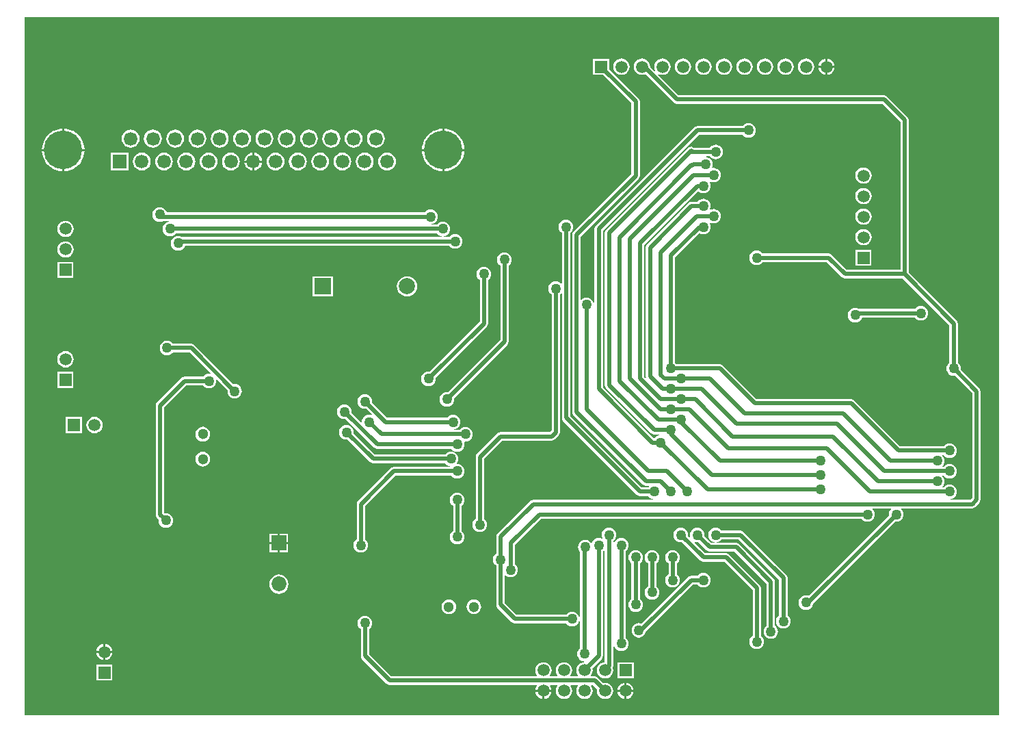
<source format=gbl>
G04 Layer_Physical_Order=2*
G04 Layer_Color=16711680*
%FSLAX42Y42*%
%MOMM*%
G71*
G01*
G75*
%ADD22C,0.51*%
%ADD25C,1.50*%
%ADD26R,1.50X1.50*%
%ADD27R,1.50X1.50*%
%ADD28C,2.00*%
%ADD29R,2.00X2.00*%
%ADD30C,1.30*%
%ADD31C,1.69*%
%ADD32R,1.69X1.69*%
%ADD33C,4.76*%
%ADD34R,1.85X1.85*%
%ADD35C,1.85*%
%ADD36C,1.27*%
G36*
X12192Y127D02*
X127D01*
Y8763D01*
X12192D01*
Y127D01*
D02*
G37*
%LPC*%
G36*
X735Y4380D02*
X535D01*
Y4179D01*
X735D01*
Y4380D01*
D02*
G37*
G36*
X6071Y5855D02*
X6047Y5852D01*
X6026Y5843D01*
X6007Y5829D01*
X5993Y5811D01*
X5984Y5789D01*
X5981Y5766D01*
X5984Y5743D01*
X5993Y5721D01*
X6007Y5702D01*
X6019Y5693D01*
Y4771D01*
X5374Y4126D01*
X5359Y4128D01*
X5336Y4125D01*
X5315Y4116D01*
X5296Y4102D01*
X5282Y4083D01*
X5273Y4062D01*
X5270Y4039D01*
X5273Y4015D01*
X5282Y3994D01*
X5296Y3975D01*
X5315Y3961D01*
X5336Y3952D01*
X5359Y3949D01*
X5383Y3952D01*
X5404Y3961D01*
X5423Y3975D01*
X5437Y3994D01*
X5446Y4015D01*
X5449Y4039D01*
X5447Y4053D01*
X6107Y4713D01*
X6118Y4730D01*
X6122Y4750D01*
Y5693D01*
X6134Y5702D01*
X6148Y5721D01*
X6157Y5743D01*
X6160Y5766D01*
X6157Y5789D01*
X6148Y5811D01*
X6134Y5829D01*
X6115Y5843D01*
X6094Y5852D01*
X6071Y5855D01*
D02*
G37*
G36*
X4343Y4103D02*
X4320Y4100D01*
X4299Y4091D01*
X4280Y4077D01*
X4266Y4058D01*
X4257Y4036D01*
X4254Y4013D01*
X4257Y3990D01*
X4266Y3968D01*
X4280Y3950D01*
X4299Y3936D01*
X4320Y3927D01*
X4343Y3924D01*
X4358Y3925D01*
X4428Y3855D01*
X4421Y3844D01*
X4417Y3846D01*
X4394Y3849D01*
X4371Y3846D01*
X4349Y3837D01*
X4331Y3823D01*
X4317Y3804D01*
X4308Y3782D01*
X4305Y3762D01*
X4293Y3755D01*
X4177Y3872D01*
X4179Y3886D01*
X4176Y3909D01*
X4167Y3931D01*
X4153Y3950D01*
X4134Y3964D01*
X4113Y3973D01*
X4089Y3976D01*
X4066Y3973D01*
X4045Y3964D01*
X4026Y3950D01*
X4012Y3931D01*
X4003Y3909D01*
X4000Y3886D01*
X4003Y3863D01*
X4012Y3841D01*
X4026Y3823D01*
X4045Y3809D01*
X4066Y3800D01*
X4089Y3797D01*
X4104Y3798D01*
X4459Y3443D01*
X4476Y3432D01*
X4496Y3428D01*
X5414D01*
X5423Y3416D01*
X5442Y3402D01*
X5463Y3393D01*
X5486Y3390D01*
X5510Y3393D01*
X5531Y3402D01*
X5550Y3416D01*
X5564Y3435D01*
X5573Y3457D01*
X5576Y3480D01*
X5573Y3503D01*
X5571Y3508D01*
X5579Y3518D01*
X5588Y3517D01*
X5611Y3520D01*
X5633Y3529D01*
X5651Y3543D01*
X5666Y3562D01*
X5675Y3584D01*
X5678Y3607D01*
X5675Y3630D01*
X5666Y3652D01*
X5651Y3670D01*
X5633Y3684D01*
X5611Y3693D01*
X5588Y3696D01*
X5565Y3693D01*
X5543Y3684D01*
X5525Y3670D01*
X5516Y3659D01*
X5450D01*
X5449Y3671D01*
X5459Y3673D01*
X5480Y3682D01*
X5499Y3696D01*
X5513Y3714D01*
X5522Y3736D01*
X5525Y3759D01*
X5522Y3782D01*
X5513Y3804D01*
X5499Y3823D01*
X5480Y3837D01*
X5459Y3846D01*
X5436Y3849D01*
X5412Y3846D01*
X5391Y3837D01*
X5372Y3823D01*
X5363Y3811D01*
X4619D01*
X4431Y3999D01*
X4433Y4013D01*
X4430Y4036D01*
X4421Y4058D01*
X4407Y4077D01*
X4388Y4091D01*
X4367Y4100D01*
X4343Y4103D01*
D02*
G37*
G36*
X635Y4635D02*
X609Y4632D01*
X584Y4622D01*
X563Y4606D01*
X547Y4585D01*
X537Y4560D01*
X534Y4534D01*
X537Y4508D01*
X547Y4483D01*
X563Y4462D01*
X584Y4446D01*
X609Y4436D01*
X635Y4433D01*
X661Y4436D01*
X686Y4446D01*
X707Y4462D01*
X723Y4483D01*
X733Y4508D01*
X736Y4534D01*
X733Y4560D01*
X723Y4585D01*
X707Y4606D01*
X686Y4622D01*
X661Y4632D01*
X635Y4635D01*
D02*
G37*
G36*
X5817Y5678D02*
X5793Y5675D01*
X5772Y5666D01*
X5753Y5651D01*
X5739Y5633D01*
X5730Y5611D01*
X5727Y5588D01*
X5730Y5565D01*
X5739Y5543D01*
X5753Y5525D01*
X5765Y5516D01*
Y5000D01*
X5145Y4380D01*
X5131Y4382D01*
X5108Y4379D01*
X5086Y4370D01*
X5067Y4356D01*
X5053Y4337D01*
X5044Y4316D01*
X5041Y4293D01*
X5044Y4269D01*
X5053Y4248D01*
X5067Y4229D01*
X5086Y4215D01*
X5108Y4206D01*
X5131Y4203D01*
X5154Y4206D01*
X5176Y4215D01*
X5194Y4229D01*
X5208Y4248D01*
X5217Y4269D01*
X5220Y4293D01*
X5219Y4307D01*
X5853Y4942D01*
X5864Y4959D01*
X5868Y4978D01*
X5868Y4978D01*
Y5516D01*
X5880Y5525D01*
X5894Y5543D01*
X5903Y5565D01*
X5906Y5588D01*
X5903Y5611D01*
X5894Y5633D01*
X5880Y5651D01*
X5861Y5666D01*
X5840Y5675D01*
X5817Y5678D01*
D02*
G37*
G36*
X1892Y4763D02*
X1869Y4760D01*
X1847Y4751D01*
X1829Y4737D01*
X1815Y4718D01*
X1806Y4697D01*
X1803Y4674D01*
X1806Y4650D01*
X1815Y4629D01*
X1829Y4610D01*
X1847Y4596D01*
X1869Y4587D01*
X1892Y4584D01*
X1915Y4587D01*
X1937Y4596D01*
X1956Y4610D01*
X1965Y4622D01*
X2176D01*
X2430Y4367D01*
X2424Y4355D01*
X2413Y4357D01*
X2390Y4354D01*
X2368Y4345D01*
X2350Y4331D01*
X2341Y4319D01*
X2108D01*
X2088Y4315D01*
X2072Y4304D01*
X1767Y3999D01*
X1756Y3982D01*
X1752Y3962D01*
Y2616D01*
X1756Y2596D01*
X1767Y2580D01*
X1792Y2555D01*
X1790Y2540D01*
X1793Y2517D01*
X1802Y2495D01*
X1816Y2477D01*
X1835Y2462D01*
X1856Y2453D01*
X1880Y2450D01*
X1903Y2453D01*
X1924Y2462D01*
X1943Y2477D01*
X1957Y2495D01*
X1966Y2517D01*
X1969Y2540D01*
X1966Y2563D01*
X1957Y2585D01*
X1943Y2603D01*
X1924Y2618D01*
X1903Y2627D01*
X1880Y2630D01*
X1865Y2628D01*
X1855Y2638D01*
Y3941D01*
X2130Y4215D01*
X2341D01*
X2350Y4204D01*
X2368Y4190D01*
X2390Y4181D01*
X2413Y4178D01*
X2436Y4181D01*
X2458Y4190D01*
X2476Y4204D01*
X2491Y4222D01*
X2500Y4244D01*
X2503Y4267D01*
X2501Y4278D01*
X2513Y4284D01*
X2643Y4155D01*
X2641Y4140D01*
X2644Y4117D01*
X2653Y4095D01*
X2667Y4077D01*
X2686Y4063D01*
X2707Y4054D01*
X2730Y4051D01*
X2754Y4054D01*
X2775Y4063D01*
X2794Y4077D01*
X2808Y4095D01*
X2817Y4117D01*
X2820Y4140D01*
X2817Y4163D01*
X2808Y4185D01*
X2794Y4204D01*
X2775Y4218D01*
X2754Y4227D01*
X2730Y4230D01*
X2716Y4228D01*
X2234Y4710D01*
X2217Y4721D01*
X2197Y4725D01*
X1965D01*
X1956Y4737D01*
X1937Y4751D01*
X1915Y4760D01*
X1892Y4763D01*
D02*
G37*
G36*
X2337Y3391D02*
X2313Y3387D01*
X2291Y3378D01*
X2272Y3364D01*
X2258Y3345D01*
X2249Y3323D01*
X2246Y3299D01*
X2249Y3276D01*
X2258Y3254D01*
X2272Y3235D01*
X2291Y3220D01*
X2313Y3211D01*
X2337Y3208D01*
X2360Y3211D01*
X2382Y3220D01*
X2401Y3235D01*
X2416Y3254D01*
X2425Y3276D01*
X2428Y3299D01*
X2425Y3323D01*
X2416Y3345D01*
X2401Y3364D01*
X2382Y3378D01*
X2360Y3387D01*
X2337Y3391D01*
D02*
G37*
G36*
X4115Y3722D02*
X4092Y3719D01*
X4070Y3710D01*
X4051Y3696D01*
X4037Y3677D01*
X4028Y3655D01*
X4025Y3632D01*
X4028Y3609D01*
X4037Y3587D01*
X4051Y3569D01*
X4070Y3555D01*
X4092Y3546D01*
X4115Y3543D01*
X4129Y3544D01*
X4408Y3265D01*
X4425Y3254D01*
X4445Y3250D01*
X4445Y3250D01*
X5338D01*
X5347Y3239D01*
X5365Y3224D01*
X5387Y3215D01*
X5397Y3214D01*
X5396Y3201D01*
X4699D01*
X4679Y3197D01*
X4662Y3186D01*
X4256Y2780D01*
X4245Y2763D01*
X4241Y2743D01*
Y2308D01*
X4229Y2299D01*
X4215Y2280D01*
X4206Y2258D01*
X4203Y2235D01*
X4206Y2212D01*
X4215Y2190D01*
X4229Y2172D01*
X4248Y2158D01*
X4269Y2149D01*
X4293Y2146D01*
X4316Y2149D01*
X4337Y2158D01*
X4356Y2172D01*
X4370Y2190D01*
X4379Y2212D01*
X4382Y2235D01*
X4379Y2258D01*
X4370Y2280D01*
X4356Y2299D01*
X4344Y2308D01*
Y2722D01*
X4720Y3098D01*
X5414D01*
X5423Y3086D01*
X5442Y3072D01*
X5463Y3063D01*
X5486Y3060D01*
X5510Y3063D01*
X5531Y3072D01*
X5550Y3086D01*
X5564Y3105D01*
X5573Y3126D01*
X5576Y3150D01*
X5573Y3173D01*
X5564Y3194D01*
X5550Y3213D01*
X5531Y3227D01*
X5510Y3236D01*
X5490Y3239D01*
X5485Y3247D01*
X5484Y3252D01*
X5488Y3257D01*
X5497Y3279D01*
X5500Y3302D01*
X5497Y3325D01*
X5488Y3347D01*
X5474Y3365D01*
X5455Y3380D01*
X5433Y3389D01*
X5410Y3392D01*
X5387Y3389D01*
X5365Y3380D01*
X5347Y3365D01*
X5338Y3354D01*
X4466D01*
X4203Y3618D01*
X4204Y3632D01*
X4201Y3655D01*
X4192Y3677D01*
X4178Y3696D01*
X4160Y3710D01*
X4138Y3719D01*
X4115Y3722D01*
D02*
G37*
G36*
X3394Y2378D02*
X3289D01*
Y2273D01*
X3394D01*
Y2378D01*
D02*
G37*
G36*
X843Y3822D02*
X642D01*
Y3621D01*
X843D01*
Y3822D01*
D02*
G37*
G36*
X997Y3822D02*
X970Y3819D01*
X946Y3809D01*
X925Y3793D01*
X909Y3772D01*
X899Y3747D01*
X895Y3721D01*
X899Y3695D01*
X909Y3670D01*
X925Y3649D01*
X946Y3633D01*
X970Y3623D01*
X997Y3620D01*
X1023Y3623D01*
X1047Y3633D01*
X1068Y3649D01*
X1084Y3670D01*
X1094Y3695D01*
X1098Y3721D01*
X1094Y3747D01*
X1084Y3772D01*
X1068Y3793D01*
X1047Y3809D01*
X1023Y3819D01*
X997Y3822D01*
D02*
G37*
G36*
X2337Y3701D02*
X2313Y3697D01*
X2291Y3688D01*
X2272Y3674D01*
X2258Y3655D01*
X2249Y3633D01*
X2246Y3609D01*
X2249Y3586D01*
X2258Y3564D01*
X2272Y3545D01*
X2291Y3530D01*
X2313Y3521D01*
X2337Y3518D01*
X2360Y3521D01*
X2382Y3530D01*
X2401Y3545D01*
X2416Y3564D01*
X2425Y3586D01*
X2428Y3609D01*
X2425Y3633D01*
X2416Y3655D01*
X2401Y3674D01*
X2382Y3688D01*
X2360Y3697D01*
X2337Y3701D01*
D02*
G37*
G36*
X1803Y6414D02*
X1780Y6411D01*
X1759Y6402D01*
X1740Y6388D01*
X1726Y6369D01*
X1717Y6348D01*
X1714Y6325D01*
X1717Y6301D01*
X1726Y6280D01*
X1740Y6261D01*
X1759Y6247D01*
X1780Y6238D01*
X1803Y6235D01*
X1827Y6238D01*
X1848Y6247D01*
X1849Y6247D01*
X1916D01*
X1917Y6235D01*
X1907Y6233D01*
X1886Y6224D01*
X1867Y6210D01*
X1853Y6192D01*
X1844Y6170D01*
X1841Y6147D01*
X1844Y6124D01*
X1853Y6102D01*
X1867Y6083D01*
X1886Y6069D01*
X1907Y6060D01*
X1930Y6057D01*
X1954Y6060D01*
X1975Y6069D01*
X1994Y6083D01*
X2003Y6095D01*
X5236D01*
X5245Y6083D01*
X5264Y6069D01*
X5285Y6060D01*
X5295Y6059D01*
X5294Y6046D01*
X2077D01*
X2077Y6047D01*
X2055Y6056D01*
X2032Y6059D01*
X2009Y6056D01*
X1987Y6047D01*
X1969Y6032D01*
X1954Y6014D01*
X1945Y5992D01*
X1942Y5969D01*
X1945Y5946D01*
X1954Y5924D01*
X1969Y5906D01*
X1987Y5891D01*
X2009Y5882D01*
X2032Y5879D01*
X2055Y5882D01*
X2077Y5891D01*
X2095Y5906D01*
X2110Y5924D01*
X2117Y5943D01*
X5389D01*
X5398Y5931D01*
X5416Y5917D01*
X5438Y5908D01*
X5461Y5905D01*
X5484Y5908D01*
X5506Y5917D01*
X5524Y5931D01*
X5539Y5950D01*
X5548Y5971D01*
X5551Y5994D01*
X5548Y6018D01*
X5539Y6039D01*
X5524Y6058D01*
X5506Y6072D01*
X5484Y6081D01*
X5461Y6084D01*
X5438Y6081D01*
X5416Y6072D01*
X5398Y6058D01*
X5389Y6046D01*
X5323D01*
X5322Y6059D01*
X5332Y6060D01*
X5353Y6069D01*
X5372Y6083D01*
X5386Y6102D01*
X5395Y6124D01*
X5398Y6147D01*
X5395Y6170D01*
X5386Y6192D01*
X5372Y6210D01*
X5353Y6224D01*
X5332Y6233D01*
X5309Y6236D01*
X5285Y6233D01*
X5264Y6224D01*
X5245Y6210D01*
X5236Y6199D01*
X5170D01*
X5170Y6211D01*
X5179Y6213D01*
X5201Y6222D01*
X5220Y6236D01*
X5234Y6254D01*
X5243Y6276D01*
X5246Y6299D01*
X5243Y6322D01*
X5234Y6344D01*
X5220Y6363D01*
X5201Y6377D01*
X5179Y6386D01*
X5156Y6389D01*
X5133Y6386D01*
X5111Y6377D01*
X5093Y6363D01*
X5084Y6351D01*
X1889D01*
X1881Y6369D01*
X1867Y6388D01*
X1848Y6402D01*
X1827Y6411D01*
X1803Y6414D01*
D02*
G37*
G36*
X635Y6248D02*
X609Y6245D01*
X584Y6234D01*
X563Y6218D01*
X547Y6197D01*
X537Y6173D01*
X534Y6147D01*
X537Y6121D01*
X547Y6096D01*
X563Y6075D01*
X584Y6059D01*
X609Y6049D01*
X635Y6046D01*
X661Y6049D01*
X686Y6059D01*
X707Y6075D01*
X723Y6096D01*
X733Y6121D01*
X736Y6147D01*
X733Y6173D01*
X723Y6197D01*
X707Y6218D01*
X686Y6234D01*
X661Y6245D01*
X635Y6248D01*
D02*
G37*
G36*
X10516Y6146D02*
X10489Y6143D01*
X10465Y6133D01*
X10444Y6117D01*
X10428Y6096D01*
X10418Y6071D01*
X10414Y6045D01*
X10418Y6019D01*
X10428Y5995D01*
X10444Y5974D01*
X10465Y5958D01*
X10489Y5947D01*
X10516Y5944D01*
X10542Y5947D01*
X10566Y5958D01*
X10587Y5974D01*
X10603Y5995D01*
X10613Y6019D01*
X10617Y6045D01*
X10613Y6071D01*
X10603Y6096D01*
X10587Y6117D01*
X10566Y6133D01*
X10542Y6143D01*
X10516Y6146D01*
D02*
G37*
G36*
Y6908D02*
X10489Y6905D01*
X10465Y6895D01*
X10444Y6879D01*
X10428Y6858D01*
X10418Y6833D01*
X10414Y6807D01*
X10418Y6781D01*
X10428Y6757D01*
X10444Y6736D01*
X10465Y6720D01*
X10489Y6709D01*
X10516Y6706D01*
X10542Y6709D01*
X10566Y6720D01*
X10587Y6736D01*
X10603Y6757D01*
X10613Y6781D01*
X10617Y6807D01*
X10613Y6833D01*
X10603Y6858D01*
X10587Y6879D01*
X10566Y6895D01*
X10542Y6905D01*
X10516Y6908D01*
D02*
G37*
G36*
Y6654D02*
X10489Y6651D01*
X10465Y6641D01*
X10444Y6625D01*
X10428Y6604D01*
X10418Y6579D01*
X10414Y6553D01*
X10418Y6527D01*
X10428Y6503D01*
X10444Y6482D01*
X10465Y6466D01*
X10489Y6455D01*
X10516Y6452D01*
X10542Y6455D01*
X10566Y6466D01*
X10587Y6482D01*
X10603Y6503D01*
X10613Y6527D01*
X10617Y6553D01*
X10613Y6579D01*
X10603Y6604D01*
X10587Y6625D01*
X10566Y6641D01*
X10542Y6651D01*
X10516Y6654D01*
D02*
G37*
G36*
Y6400D02*
X10489Y6397D01*
X10465Y6387D01*
X10444Y6371D01*
X10428Y6350D01*
X10418Y6325D01*
X10414Y6299D01*
X10418Y6273D01*
X10428Y6249D01*
X10444Y6228D01*
X10465Y6212D01*
X10489Y6201D01*
X10516Y6198D01*
X10542Y6201D01*
X10566Y6212D01*
X10587Y6228D01*
X10603Y6249D01*
X10613Y6273D01*
X10617Y6299D01*
X10613Y6325D01*
X10603Y6350D01*
X10587Y6371D01*
X10566Y6387D01*
X10542Y6397D01*
X10516Y6400D01*
D02*
G37*
G36*
X3946Y5561D02*
X3695D01*
Y5310D01*
X3946D01*
Y5561D01*
D02*
G37*
G36*
X4866Y5562D02*
X4834Y5558D01*
X4803Y5545D01*
X4777Y5525D01*
X4757Y5499D01*
X4744Y5468D01*
X4740Y5436D01*
X4744Y5403D01*
X4757Y5372D01*
X4777Y5346D01*
X4803Y5326D01*
X4834Y5313D01*
X4866Y5309D01*
X4899Y5313D01*
X4930Y5326D01*
X4956Y5346D01*
X4976Y5372D01*
X4989Y5403D01*
X4993Y5436D01*
X4989Y5468D01*
X4976Y5499D01*
X4956Y5525D01*
X4930Y5545D01*
X4899Y5558D01*
X4866Y5562D01*
D02*
G37*
G36*
X11227Y5195D02*
X11204Y5192D01*
X11182Y5183D01*
X11163Y5169D01*
X11154Y5157D01*
X10459D01*
X10459Y5158D01*
X10437Y5167D01*
X10414Y5170D01*
X10391Y5167D01*
X10369Y5158D01*
X10351Y5143D01*
X10336Y5125D01*
X10327Y5103D01*
X10324Y5080D01*
X10327Y5057D01*
X10336Y5035D01*
X10351Y5017D01*
X10369Y5002D01*
X10391Y4993D01*
X10414Y4990D01*
X10437Y4993D01*
X10459Y5002D01*
X10477Y5017D01*
X10492Y5035D01*
X10499Y5054D01*
X11154D01*
X11163Y5042D01*
X11182Y5028D01*
X11204Y5019D01*
X11227Y5016D01*
X11250Y5019D01*
X11272Y5028D01*
X11290Y5042D01*
X11304Y5061D01*
X11313Y5082D01*
X11316Y5105D01*
X11313Y5129D01*
X11304Y5150D01*
X11290Y5169D01*
X11272Y5183D01*
X11250Y5192D01*
X11227Y5195D01*
D02*
G37*
G36*
X635Y5994D02*
X609Y5991D01*
X584Y5980D01*
X563Y5964D01*
X547Y5943D01*
X537Y5919D01*
X534Y5893D01*
X537Y5867D01*
X547Y5842D01*
X563Y5821D01*
X584Y5805D01*
X609Y5795D01*
X635Y5792D01*
X661Y5795D01*
X686Y5805D01*
X707Y5821D01*
X723Y5842D01*
X733Y5867D01*
X736Y5893D01*
X733Y5919D01*
X723Y5943D01*
X707Y5964D01*
X686Y5980D01*
X661Y5991D01*
X635Y5994D01*
D02*
G37*
G36*
X10616Y5892D02*
X10415D01*
Y5691D01*
X10616D01*
Y5892D01*
D02*
G37*
G36*
X735Y5739D02*
X535D01*
Y5538D01*
X735D01*
Y5739D01*
D02*
G37*
G36*
X1105Y902D02*
X1018D01*
X1020Y888D01*
X1030Y864D01*
X1046Y843D01*
X1067Y827D01*
X1091Y817D01*
X1105Y815D01*
Y902D01*
D02*
G37*
G36*
X7670Y786D02*
X7469D01*
Y585D01*
X7670D01*
Y786D01*
D02*
G37*
G36*
X1218Y761D02*
X1017D01*
Y560D01*
X1218D01*
Y761D01*
D02*
G37*
G36*
X1130Y1014D02*
Y927D01*
X1217D01*
X1215Y941D01*
X1205Y965D01*
X1189Y986D01*
X1168Y1002D01*
X1144Y1012D01*
X1130Y1014D01*
D02*
G37*
G36*
X1105D02*
X1091Y1012D01*
X1067Y1002D01*
X1046Y986D01*
X1030Y965D01*
X1020Y941D01*
X1018Y927D01*
X1105D01*
Y1014D01*
D02*
G37*
G36*
X1217Y902D02*
X1130D01*
Y815D01*
X1144Y817D01*
X1168Y827D01*
X1189Y843D01*
X1205Y864D01*
X1215Y888D01*
X1217Y902D01*
D02*
G37*
G36*
X6653Y419D02*
X6566D01*
Y332D01*
X6579Y334D01*
X6604Y344D01*
X6625Y360D01*
X6641Y381D01*
X6651Y406D01*
X6653Y419D01*
D02*
G37*
G36*
X7557D02*
X7470D01*
X7471Y406D01*
X7482Y381D01*
X7498Y360D01*
X7519Y344D01*
X7543Y334D01*
X7557Y332D01*
Y419D01*
D02*
G37*
G36*
X6540D02*
X6454D01*
X6455Y406D01*
X6466Y381D01*
X6482Y360D01*
X6503Y344D01*
X6527Y334D01*
X6540Y332D01*
Y419D01*
D02*
G37*
G36*
X7582Y531D02*
Y445D01*
X7669D01*
X7667Y458D01*
X7657Y482D01*
X7641Y503D01*
X7620Y519D01*
X7595Y530D01*
X7582Y531D01*
D02*
G37*
G36*
X7557D02*
X7543Y530D01*
X7519Y519D01*
X7498Y503D01*
X7482Y482D01*
X7471Y458D01*
X7470Y445D01*
X7557D01*
Y531D01*
D02*
G37*
G36*
X7669Y419D02*
X7582D01*
Y332D01*
X7595Y334D01*
X7620Y344D01*
X7641Y360D01*
X7657Y381D01*
X7667Y406D01*
X7669Y419D01*
D02*
G37*
G36*
X3394Y2248D02*
X3289D01*
Y2143D01*
X3394D01*
Y2248D01*
D02*
G37*
G36*
X3264D02*
X3159D01*
Y2143D01*
X3264D01*
Y2248D01*
D02*
G37*
G36*
X8534Y1893D02*
X8511Y1890D01*
X8490Y1881D01*
X8471Y1867D01*
X8462Y1855D01*
X8382D01*
X8362Y1851D01*
X8345Y1840D01*
X7769Y1263D01*
X7758Y1268D01*
X7734Y1271D01*
X7711Y1268D01*
X7689Y1259D01*
X7671Y1245D01*
X7657Y1226D01*
X7648Y1204D01*
X7645Y1181D01*
X7648Y1158D01*
X7657Y1136D01*
X7671Y1118D01*
X7689Y1103D01*
X7711Y1094D01*
X7734Y1091D01*
X7758Y1094D01*
X7779Y1103D01*
X7798Y1118D01*
X7812Y1136D01*
X7821Y1158D01*
X7823Y1171D01*
X8403Y1752D01*
X8462D01*
X8471Y1740D01*
X8490Y1726D01*
X8511Y1717D01*
X8534Y1714D01*
X8558Y1717D01*
X8579Y1726D01*
X8598Y1740D01*
X8612Y1759D01*
X8621Y1780D01*
X8624Y1803D01*
X8621Y1827D01*
X8612Y1848D01*
X8598Y1867D01*
X8579Y1881D01*
X8558Y1890D01*
X8534Y1893D01*
D02*
G37*
G36*
X3264Y2378D02*
X3159D01*
Y2273D01*
X3264D01*
Y2378D01*
D02*
G37*
G36*
X8687Y2452D02*
X8664Y2449D01*
X8642Y2440D01*
X8623Y2426D01*
X8609Y2407D01*
X8600Y2385D01*
X8597Y2362D01*
X8600Y2339D01*
X8609Y2317D01*
X8623Y2299D01*
X8642Y2285D01*
X8664Y2276D01*
X8673Y2274D01*
X8673Y2262D01*
X8632D01*
X8546Y2348D01*
X8548Y2362D01*
X8545Y2385D01*
X8536Y2407D01*
X8522Y2426D01*
X8503Y2440D01*
X8481Y2449D01*
X8458Y2452D01*
X8435Y2449D01*
X8413Y2440D01*
X8395Y2426D01*
X8381Y2407D01*
X8372Y2385D01*
X8369Y2362D01*
X8372Y2339D01*
X8373Y2335D01*
X8362Y2328D01*
X8343Y2348D01*
X8345Y2362D01*
X8342Y2385D01*
X8333Y2407D01*
X8318Y2426D01*
X8300Y2440D01*
X8278Y2449D01*
X8255Y2452D01*
X8232Y2449D01*
X8210Y2440D01*
X8192Y2426D01*
X8177Y2407D01*
X8168Y2385D01*
X8165Y2362D01*
X8168Y2339D01*
X8177Y2317D01*
X8192Y2299D01*
X8210Y2285D01*
X8232Y2276D01*
X8255Y2273D01*
X8270Y2274D01*
X8498Y2046D01*
X8515Y2035D01*
X8534Y2031D01*
X8792D01*
X9143Y1680D01*
Y1114D01*
X9131Y1105D01*
X9117Y1086D01*
X9108Y1065D01*
X9105Y1041D01*
X9108Y1018D01*
X9117Y997D01*
X9131Y978D01*
X9150Y964D01*
X9172Y955D01*
X9195Y952D01*
X9218Y955D01*
X9240Y964D01*
X9258Y978D01*
X9272Y997D01*
X9281Y1018D01*
X9284Y1041D01*
X9281Y1065D01*
X9272Y1086D01*
X9258Y1105D01*
X9247Y1114D01*
Y1702D01*
X9243Y1722D01*
X9231Y1738D01*
X8850Y2119D01*
X8834Y2131D01*
X8814Y2135D01*
X8556D01*
X8424Y2266D01*
X8431Y2277D01*
X8435Y2276D01*
X8458Y2273D01*
X8473Y2274D01*
X8574Y2173D01*
X8591Y2162D01*
X8611Y2158D01*
X8919D01*
X9318Y1760D01*
Y1238D01*
X9306Y1229D01*
X9292Y1210D01*
X9283Y1189D01*
X9280Y1165D01*
X9283Y1142D01*
X9292Y1120D01*
X9306Y1102D01*
X9325Y1088D01*
X9346Y1079D01*
X9369Y1076D01*
X9393Y1079D01*
X9414Y1088D01*
X9433Y1102D01*
X9447Y1120D01*
X9456Y1142D01*
X9459Y1165D01*
X9456Y1189D01*
X9447Y1210D01*
X9433Y1229D01*
X9421Y1238D01*
Y1781D01*
X9421Y1781D01*
X9417Y1801D01*
X9406Y1818D01*
X8977Y2246D01*
X8961Y2258D01*
X8941Y2262D01*
X8701D01*
X8700Y2274D01*
X8710Y2276D01*
X8732Y2285D01*
X8750Y2299D01*
X8759Y2310D01*
X8970D01*
X9473Y1807D01*
Y1368D01*
X9462Y1359D01*
X9447Y1340D01*
X9438Y1319D01*
X9435Y1295D01*
X9438Y1272D01*
X9447Y1251D01*
X9462Y1232D01*
X9480Y1218D01*
X9502Y1209D01*
X9525Y1206D01*
X9548Y1209D01*
X9570Y1218D01*
X9588Y1232D01*
X9603Y1251D01*
X9612Y1272D01*
X9615Y1295D01*
X9612Y1319D01*
X9603Y1340D01*
X9588Y1359D01*
X9577Y1368D01*
Y1829D01*
X9573Y1849D01*
X9562Y1865D01*
X9562Y1865D01*
X9028Y2399D01*
X9011Y2410D01*
X8992Y2414D01*
X8759D01*
X8750Y2426D01*
X8732Y2440D01*
X8710Y2449D01*
X8687Y2452D01*
D02*
G37*
G36*
X5486Y2884D02*
X5463Y2881D01*
X5442Y2872D01*
X5423Y2857D01*
X5409Y2839D01*
X5400Y2817D01*
X5397Y2794D01*
X5400Y2771D01*
X5409Y2749D01*
X5423Y2731D01*
X5435Y2722D01*
Y2409D01*
X5423Y2400D01*
X5409Y2382D01*
X5400Y2360D01*
X5397Y2337D01*
X5400Y2314D01*
X5409Y2292D01*
X5423Y2273D01*
X5442Y2259D01*
X5463Y2250D01*
X5486Y2247D01*
X5510Y2250D01*
X5531Y2259D01*
X5550Y2273D01*
X5564Y2292D01*
X5573Y2314D01*
X5576Y2337D01*
X5573Y2360D01*
X5564Y2382D01*
X5550Y2400D01*
X5538Y2409D01*
Y2722D01*
X5550Y2731D01*
X5564Y2749D01*
X5573Y2771D01*
X5576Y2794D01*
X5573Y2817D01*
X5564Y2839D01*
X5550Y2857D01*
X5531Y2872D01*
X5510Y2881D01*
X5486Y2884D01*
D02*
G37*
G36*
X7696Y2172D02*
X7673Y2169D01*
X7651Y2160D01*
X7633Y2146D01*
X7619Y2128D01*
X7610Y2106D01*
X7607Y2083D01*
X7610Y2060D01*
X7619Y2038D01*
X7633Y2019D01*
X7644Y2010D01*
Y1571D01*
X7633Y1562D01*
X7619Y1543D01*
X7610Y1522D01*
X7607Y1499D01*
X7610Y1475D01*
X7619Y1454D01*
X7633Y1435D01*
X7651Y1421D01*
X7673Y1412D01*
X7696Y1409D01*
X7719Y1412D01*
X7741Y1421D01*
X7760Y1435D01*
X7774Y1454D01*
X7783Y1475D01*
X7786Y1499D01*
X7783Y1522D01*
X7774Y1543D01*
X7760Y1562D01*
X7748Y1571D01*
Y2010D01*
X7760Y2019D01*
X7774Y2038D01*
X7783Y2060D01*
X7786Y2083D01*
X7783Y2106D01*
X7774Y2128D01*
X7760Y2146D01*
X7741Y2160D01*
X7719Y2169D01*
X7696Y2172D01*
D02*
G37*
G36*
X5692Y1564D02*
X5669Y1561D01*
X5647Y1552D01*
X5628Y1538D01*
X5613Y1519D01*
X5604Y1497D01*
X5601Y1473D01*
X5604Y1450D01*
X5613Y1428D01*
X5628Y1409D01*
X5647Y1394D01*
X5669Y1385D01*
X5692Y1382D01*
X5716Y1385D01*
X5738Y1394D01*
X5757Y1409D01*
X5771Y1428D01*
X5780Y1450D01*
X5783Y1473D01*
X5780Y1497D01*
X5771Y1519D01*
X5757Y1538D01*
X5738Y1552D01*
X5716Y1561D01*
X5692Y1564D01*
D02*
G37*
G36*
X5382D02*
X5359Y1561D01*
X5337Y1552D01*
X5318Y1538D01*
X5303Y1519D01*
X5294Y1497D01*
X5291Y1473D01*
X5294Y1450D01*
X5303Y1428D01*
X5318Y1409D01*
X5337Y1394D01*
X5359Y1385D01*
X5382Y1382D01*
X5406Y1385D01*
X5428Y1394D01*
X5447Y1409D01*
X5461Y1428D01*
X5470Y1450D01*
X5473Y1473D01*
X5470Y1497D01*
X5461Y1519D01*
X5447Y1538D01*
X5428Y1552D01*
X5406Y1561D01*
X5382Y1564D01*
D02*
G37*
G36*
X8153Y2172D02*
X8130Y2169D01*
X8109Y2160D01*
X8090Y2146D01*
X8076Y2128D01*
X8067Y2106D01*
X8064Y2083D01*
X8067Y2060D01*
X8076Y2038D01*
X8090Y2019D01*
X8102Y2010D01*
Y1876D01*
X8090Y1867D01*
X8076Y1848D01*
X8067Y1827D01*
X8064Y1803D01*
X8067Y1780D01*
X8076Y1759D01*
X8090Y1740D01*
X8109Y1726D01*
X8130Y1717D01*
X8153Y1714D01*
X8177Y1717D01*
X8198Y1726D01*
X8217Y1740D01*
X8231Y1759D01*
X8240Y1780D01*
X8243Y1803D01*
X8240Y1827D01*
X8231Y1848D01*
X8217Y1867D01*
X8205Y1876D01*
Y2010D01*
X8217Y2019D01*
X8231Y2038D01*
X8240Y2060D01*
X8243Y2083D01*
X8240Y2106D01*
X8231Y2128D01*
X8217Y2146D01*
X8198Y2160D01*
X8177Y2169D01*
X8153Y2172D01*
D02*
G37*
G36*
X3277Y1872D02*
X3246Y1867D01*
X3217Y1856D01*
X3193Y1837D01*
X3174Y1812D01*
X3162Y1783D01*
X3158Y1753D01*
X3162Y1722D01*
X3174Y1693D01*
X3193Y1669D01*
X3217Y1650D01*
X3246Y1638D01*
X3277Y1634D01*
X3307Y1638D01*
X3336Y1650D01*
X3361Y1669D01*
X3380Y1693D01*
X3391Y1722D01*
X3396Y1753D01*
X3391Y1783D01*
X3380Y1812D01*
X3361Y1837D01*
X3336Y1856D01*
X3307Y1867D01*
X3277Y1872D01*
D02*
G37*
G36*
X7899Y2172D02*
X7876Y2169D01*
X7855Y2160D01*
X7836Y2146D01*
X7822Y2128D01*
X7813Y2106D01*
X7810Y2083D01*
X7813Y2060D01*
X7822Y2038D01*
X7836Y2019D01*
X7848Y2010D01*
Y1723D01*
X7836Y1714D01*
X7822Y1696D01*
X7813Y1674D01*
X7810Y1651D01*
X7813Y1628D01*
X7822Y1606D01*
X7836Y1588D01*
X7855Y1573D01*
X7876Y1564D01*
X7899Y1561D01*
X7923Y1564D01*
X7944Y1573D01*
X7963Y1588D01*
X7977Y1606D01*
X7986Y1628D01*
X7989Y1651D01*
X7986Y1674D01*
X7977Y1696D01*
X7963Y1714D01*
X7951Y1723D01*
Y2010D01*
X7963Y2019D01*
X7977Y2038D01*
X7986Y2060D01*
X7989Y2083D01*
X7986Y2106D01*
X7977Y2128D01*
X7963Y2146D01*
X7944Y2160D01*
X7923Y2169D01*
X7899Y2172D01*
D02*
G37*
G36*
X3927Y7375D02*
X3898Y7371D01*
X3872Y7360D01*
X3849Y7343D01*
X3831Y7320D01*
X3820Y7293D01*
X3816Y7264D01*
X3820Y7236D01*
X3831Y7209D01*
X3849Y7186D01*
X3872Y7168D01*
X3898Y7157D01*
X3927Y7154D01*
X3956Y7157D01*
X3983Y7168D01*
X4005Y7186D01*
X4023Y7209D01*
X4034Y7236D01*
X4038Y7264D01*
X4034Y7293D01*
X4023Y7320D01*
X4005Y7343D01*
X3983Y7360D01*
X3956Y7371D01*
X3927Y7375D01*
D02*
G37*
G36*
X3651D02*
X3622Y7371D01*
X3596Y7360D01*
X3573Y7343D01*
X3555Y7320D01*
X3544Y7293D01*
X3540Y7264D01*
X3544Y7236D01*
X3555Y7209D01*
X3573Y7186D01*
X3596Y7168D01*
X3622Y7157D01*
X3651Y7154D01*
X3680Y7157D01*
X3706Y7168D01*
X3729Y7186D01*
X3747Y7209D01*
X3758Y7236D01*
X3762Y7264D01*
X3758Y7293D01*
X3747Y7320D01*
X3729Y7343D01*
X3706Y7360D01*
X3680Y7371D01*
X3651Y7375D01*
D02*
G37*
G36*
X3375D02*
X3346Y7371D01*
X3319Y7360D01*
X3297Y7343D01*
X3279Y7320D01*
X3268Y7293D01*
X3264Y7264D01*
X3268Y7236D01*
X3279Y7209D01*
X3297Y7186D01*
X3319Y7168D01*
X3346Y7157D01*
X3375Y7154D01*
X3404Y7157D01*
X3430Y7168D01*
X3453Y7186D01*
X3471Y7209D01*
X3482Y7236D01*
X3486Y7264D01*
X3482Y7293D01*
X3471Y7320D01*
X3453Y7343D01*
X3430Y7360D01*
X3404Y7371D01*
X3375Y7375D01*
D02*
G37*
G36*
X7518Y8255D02*
X7492Y8251D01*
X7468Y8241D01*
X7447Y8225D01*
X7431Y8204D01*
X7421Y8180D01*
X7417Y8153D01*
X7421Y8127D01*
X7431Y8103D01*
X7447Y8082D01*
X7468Y8066D01*
X7492Y8056D01*
X7518Y8052D01*
X7545Y8056D01*
X7569Y8066D01*
X7590Y8082D01*
X7606Y8103D01*
X7616Y8127D01*
X7620Y8153D01*
X7616Y8180D01*
X7606Y8204D01*
X7590Y8225D01*
X7569Y8241D01*
X7545Y8251D01*
X7518Y8255D01*
D02*
G37*
G36*
X4479Y7375D02*
X4451Y7371D01*
X4424Y7360D01*
X4401Y7343D01*
X4383Y7320D01*
X4372Y7293D01*
X4368Y7264D01*
X4372Y7236D01*
X4383Y7209D01*
X4401Y7186D01*
X4424Y7168D01*
X4451Y7157D01*
X4479Y7154D01*
X4508Y7157D01*
X4535Y7168D01*
X4558Y7186D01*
X4575Y7209D01*
X4586Y7236D01*
X4590Y7264D01*
X4586Y7293D01*
X4575Y7320D01*
X4558Y7343D01*
X4535Y7360D01*
X4508Y7371D01*
X4479Y7375D01*
D02*
G37*
G36*
X4203D02*
X4175Y7371D01*
X4148Y7360D01*
X4125Y7343D01*
X4107Y7320D01*
X4096Y7293D01*
X4092Y7264D01*
X4096Y7236D01*
X4107Y7209D01*
X4125Y7186D01*
X4148Y7168D01*
X4175Y7157D01*
X4203Y7154D01*
X4232Y7157D01*
X4259Y7168D01*
X4282Y7186D01*
X4299Y7209D01*
X4310Y7236D01*
X4314Y7264D01*
X4310Y7293D01*
X4299Y7320D01*
X4282Y7343D01*
X4259Y7360D01*
X4232Y7371D01*
X4203Y7375D01*
D02*
G37*
G36*
X2270D02*
X2242Y7371D01*
X2215Y7360D01*
X2192Y7343D01*
X2175Y7320D01*
X2163Y7293D01*
X2160Y7264D01*
X2163Y7236D01*
X2175Y7209D01*
X2192Y7186D01*
X2215Y7168D01*
X2242Y7157D01*
X2270Y7154D01*
X2299Y7157D01*
X2326Y7168D01*
X2349Y7186D01*
X2366Y7209D01*
X2378Y7236D01*
X2381Y7264D01*
X2378Y7293D01*
X2366Y7320D01*
X2349Y7343D01*
X2326Y7360D01*
X2299Y7371D01*
X2270Y7375D01*
D02*
G37*
G36*
X1994D02*
X1966Y7371D01*
X1939Y7360D01*
X1916Y7343D01*
X1898Y7320D01*
X1887Y7293D01*
X1884Y7264D01*
X1887Y7236D01*
X1898Y7209D01*
X1916Y7186D01*
X1939Y7168D01*
X1966Y7157D01*
X1994Y7154D01*
X2023Y7157D01*
X2050Y7168D01*
X2073Y7186D01*
X2090Y7209D01*
X2101Y7236D01*
X2105Y7264D01*
X2101Y7293D01*
X2090Y7320D01*
X2073Y7343D01*
X2050Y7360D01*
X2023Y7371D01*
X1994Y7375D01*
D02*
G37*
G36*
X1718D02*
X1690Y7371D01*
X1663Y7360D01*
X1640Y7343D01*
X1622Y7320D01*
X1611Y7293D01*
X1607Y7264D01*
X1611Y7236D01*
X1622Y7209D01*
X1640Y7186D01*
X1663Y7168D01*
X1690Y7157D01*
X1718Y7154D01*
X1747Y7157D01*
X1774Y7168D01*
X1797Y7186D01*
X1814Y7209D01*
X1825Y7236D01*
X1829Y7264D01*
X1825Y7293D01*
X1814Y7320D01*
X1797Y7343D01*
X1774Y7360D01*
X1747Y7371D01*
X1718Y7375D01*
D02*
G37*
G36*
X3099D02*
X3070Y7371D01*
X3043Y7360D01*
X3020Y7343D01*
X3003Y7320D01*
X2992Y7293D01*
X2988Y7264D01*
X2992Y7236D01*
X3003Y7209D01*
X3020Y7186D01*
X3043Y7168D01*
X3070Y7157D01*
X3099Y7154D01*
X3127Y7157D01*
X3154Y7168D01*
X3177Y7186D01*
X3195Y7209D01*
X3206Y7236D01*
X3210Y7264D01*
X3206Y7293D01*
X3195Y7320D01*
X3177Y7343D01*
X3154Y7360D01*
X3127Y7371D01*
X3099Y7375D01*
D02*
G37*
G36*
X2823D02*
X2794Y7371D01*
X2767Y7360D01*
X2744Y7343D01*
X2727Y7320D01*
X2716Y7293D01*
X2712Y7264D01*
X2716Y7236D01*
X2727Y7209D01*
X2744Y7186D01*
X2767Y7168D01*
X2794Y7157D01*
X2823Y7154D01*
X2851Y7157D01*
X2878Y7168D01*
X2901Y7186D01*
X2919Y7209D01*
X2930Y7236D01*
X2934Y7264D01*
X2930Y7293D01*
X2919Y7320D01*
X2901Y7343D01*
X2878Y7360D01*
X2851Y7371D01*
X2823Y7375D01*
D02*
G37*
G36*
X2547D02*
X2518Y7371D01*
X2491Y7360D01*
X2468Y7343D01*
X2451Y7320D01*
X2440Y7293D01*
X2436Y7264D01*
X2440Y7236D01*
X2451Y7209D01*
X2468Y7186D01*
X2491Y7168D01*
X2518Y7157D01*
X2547Y7154D01*
X2575Y7157D01*
X2602Y7168D01*
X2625Y7186D01*
X2643Y7209D01*
X2654Y7236D01*
X2657Y7264D01*
X2654Y7293D01*
X2643Y7320D01*
X2625Y7343D01*
X2602Y7360D01*
X2575Y7371D01*
X2547Y7375D01*
D02*
G37*
G36*
X10158Y8141D02*
X10071D01*
Y8054D01*
X10085Y8056D01*
X10109Y8066D01*
X10130Y8082D01*
X10146Y8103D01*
X10156Y8127D01*
X10158Y8141D01*
D02*
G37*
G36*
X10046D02*
X9959D01*
X9961Y8127D01*
X9971Y8103D01*
X9987Y8082D01*
X10008Y8066D01*
X10032Y8056D01*
X10046Y8054D01*
Y8141D01*
D02*
G37*
G36*
X9804Y8255D02*
X9778Y8251D01*
X9754Y8241D01*
X9733Y8225D01*
X9717Y8204D01*
X9707Y8180D01*
X9703Y8153D01*
X9707Y8127D01*
X9717Y8103D01*
X9733Y8082D01*
X9754Y8066D01*
X9778Y8056D01*
X9804Y8052D01*
X9831Y8056D01*
X9855Y8066D01*
X9876Y8082D01*
X9892Y8103D01*
X9902Y8127D01*
X9906Y8153D01*
X9902Y8180D01*
X9892Y8204D01*
X9876Y8225D01*
X9855Y8241D01*
X9831Y8251D01*
X9804Y8255D01*
D02*
G37*
G36*
X10071Y8253D02*
Y8166D01*
X10158D01*
X10156Y8180D01*
X10146Y8204D01*
X10130Y8225D01*
X10109Y8241D01*
X10085Y8251D01*
X10071Y8253D01*
D02*
G37*
G36*
X10046D02*
X10032Y8251D01*
X10008Y8241D01*
X9987Y8225D01*
X9971Y8204D01*
X9961Y8180D01*
X9959Y8166D01*
X10046D01*
Y8253D01*
D02*
G37*
G36*
X8026Y8255D02*
X8000Y8251D01*
X7976Y8241D01*
X7955Y8225D01*
X7939Y8204D01*
X7929Y8180D01*
X7925Y8153D01*
X7929Y8127D01*
X7939Y8103D01*
X7928Y8096D01*
X7873Y8151D01*
X7874Y8153D01*
X7870Y8180D01*
X7860Y8204D01*
X7844Y8225D01*
X7823Y8241D01*
X7799Y8251D01*
X7772Y8255D01*
X7746Y8251D01*
X7722Y8241D01*
X7701Y8225D01*
X7685Y8204D01*
X7675Y8180D01*
X7671Y8153D01*
X7675Y8127D01*
X7685Y8103D01*
X7701Y8082D01*
X7722Y8066D01*
X7746Y8056D01*
X7772Y8052D01*
X7799Y8056D01*
X7815Y8063D01*
X8168Y7710D01*
X8184Y7699D01*
X8204Y7695D01*
X10748D01*
X10972Y7472D01*
Y5640D01*
X10308D01*
X10120Y5828D01*
X10104Y5839D01*
X10084Y5843D01*
X9267D01*
X9258Y5855D01*
X9240Y5869D01*
X9218Y5878D01*
X9195Y5881D01*
X9172Y5878D01*
X9150Y5869D01*
X9131Y5855D01*
X9117Y5836D01*
X9108Y5814D01*
X9105Y5791D01*
X9108Y5768D01*
X9117Y5746D01*
X9131Y5728D01*
X9150Y5714D01*
X9172Y5705D01*
X9195Y5702D01*
X9218Y5705D01*
X9240Y5714D01*
X9258Y5728D01*
X9267Y5739D01*
X10062D01*
X10250Y5551D01*
X10267Y5540D01*
X10287Y5536D01*
X11002D01*
X11581Y4957D01*
Y4492D01*
X11570Y4483D01*
X11556Y4464D01*
X11547Y4443D01*
X11544Y4420D01*
X11547Y4396D01*
X11556Y4375D01*
X11570Y4356D01*
X11588Y4342D01*
X11610Y4333D01*
X11633Y4330D01*
X11648Y4332D01*
X11861Y4119D01*
Y2815D01*
X11840Y2795D01*
X11597D01*
X11596Y2808D01*
X11606Y2809D01*
X11627Y2818D01*
X11646Y2832D01*
X11660Y2851D01*
X11669Y2872D01*
X11672Y2896D01*
X11669Y2919D01*
X11660Y2940D01*
X11646Y2959D01*
X11627Y2973D01*
X11606Y2982D01*
X11582Y2985D01*
X11559Y2982D01*
X11538Y2973D01*
X11519Y2959D01*
X11510Y2947D01*
X11497D01*
X11495Y2954D01*
X11494Y2960D01*
X11508Y2978D01*
X11517Y2999D01*
X11520Y3023D01*
X11517Y3046D01*
X11508Y3067D01*
X11494Y3085D01*
X11495Y3092D01*
X11497Y3098D01*
X11510D01*
X11519Y3086D01*
X11538Y3072D01*
X11559Y3063D01*
X11582Y3060D01*
X11606Y3063D01*
X11627Y3072D01*
X11646Y3086D01*
X11660Y3105D01*
X11669Y3126D01*
X11672Y3150D01*
X11669Y3173D01*
X11660Y3194D01*
X11646Y3213D01*
X11627Y3227D01*
X11606Y3236D01*
X11582Y3239D01*
X11559Y3236D01*
X11538Y3227D01*
X11519Y3213D01*
X11510Y3201D01*
X11497D01*
X11495Y3208D01*
X11494Y3214D01*
X11508Y3232D01*
X11517Y3253D01*
X11520Y3277D01*
X11517Y3300D01*
X11508Y3321D01*
X11494Y3339D01*
X11495Y3346D01*
X11497Y3352D01*
X11510D01*
X11519Y3340D01*
X11538Y3326D01*
X11559Y3317D01*
X11582Y3314D01*
X11606Y3317D01*
X11627Y3326D01*
X11646Y3340D01*
X11660Y3359D01*
X11669Y3380D01*
X11672Y3404D01*
X11669Y3427D01*
X11660Y3448D01*
X11646Y3467D01*
X11627Y3481D01*
X11606Y3490D01*
X11582Y3493D01*
X11559Y3490D01*
X11538Y3481D01*
X11519Y3467D01*
X11510Y3455D01*
X10969D01*
X10400Y4024D01*
X10383Y4036D01*
X10363Y4040D01*
X9191D01*
X8774Y4456D01*
X8757Y4467D01*
X8738Y4471D01*
X8200D01*
X8191Y4483D01*
X8180Y4492D01*
Y5795D01*
X8484Y6099D01*
X8490Y6095D01*
X8511Y6086D01*
X8534Y6083D01*
X8558Y6086D01*
X8579Y6095D01*
X8598Y6109D01*
X8612Y6127D01*
X8621Y6149D01*
X8624Y6172D01*
X8621Y6195D01*
X8612Y6216D01*
X8614Y6219D01*
X8621Y6226D01*
X8638Y6219D01*
X8661Y6216D01*
X8685Y6219D01*
X8706Y6228D01*
X8725Y6242D01*
X8739Y6261D01*
X8748Y6283D01*
X8751Y6306D01*
X8748Y6329D01*
X8739Y6351D01*
X8725Y6369D01*
X8706Y6383D01*
X8685Y6392D01*
X8661Y6395D01*
X8638Y6392D01*
X8625Y6387D01*
X8616Y6397D01*
X8621Y6410D01*
X8624Y6433D01*
X8621Y6456D01*
X8612Y6478D01*
X8598Y6496D01*
X8579Y6510D01*
X8558Y6519D01*
X8534Y6522D01*
X8511Y6519D01*
X8490Y6510D01*
X8471Y6496D01*
X8462Y6485D01*
X8389D01*
X8369Y6481D01*
X8352Y6469D01*
X7837Y5955D01*
X7826Y5938D01*
X7822Y5918D01*
Y4318D01*
X7825Y4306D01*
X7813Y4300D01*
X7799Y4314D01*
Y5948D01*
X8468Y6617D01*
X8471Y6617D01*
X8490Y6603D01*
X8511Y6594D01*
X8534Y6591D01*
X8558Y6594D01*
X8579Y6603D01*
X8598Y6617D01*
X8612Y6635D01*
X8621Y6657D01*
X8624Y6680D01*
X8621Y6703D01*
X8612Y6724D01*
X8614Y6727D01*
X8621Y6734D01*
X8638Y6727D01*
X8661Y6724D01*
X8685Y6727D01*
X8706Y6736D01*
X8725Y6750D01*
X8739Y6769D01*
X8748Y6791D01*
X8751Y6814D01*
X8748Y6837D01*
X8739Y6859D01*
X8725Y6877D01*
X8706Y6891D01*
X8685Y6900D01*
X8661Y6903D01*
X8651Y6902D01*
X8642Y6914D01*
X8646Y6924D01*
X8649Y6947D01*
X8646Y6971D01*
X8637Y6992D01*
X8623Y7011D01*
X8605Y7025D01*
X8583Y7034D01*
X8573Y7035D01*
X8574Y7048D01*
X8614D01*
X8623Y7036D01*
X8642Y7022D01*
X8664Y7013D01*
X8687Y7010D01*
X8710Y7013D01*
X8732Y7022D01*
X8750Y7036D01*
X8764Y7055D01*
X8773Y7077D01*
X8776Y7100D01*
X8773Y7123D01*
X8764Y7145D01*
X8750Y7163D01*
X8732Y7177D01*
X8710Y7186D01*
X8687Y7189D01*
X8664Y7186D01*
X8642Y7177D01*
X8623Y7163D01*
X8614Y7152D01*
X8414D01*
X8402Y7160D01*
X8382Y7164D01*
X8362Y7160D01*
X8345Y7149D01*
X7329Y6133D01*
X7318Y6116D01*
X7314Y6096D01*
Y4216D01*
X7318Y4197D01*
X7329Y4180D01*
X7888Y3621D01*
X7905Y3610D01*
X7925Y3606D01*
X7987D01*
X7988Y3593D01*
X7978Y3592D01*
X7956Y3583D01*
X7938Y3569D01*
X7932Y3561D01*
X7917Y3560D01*
X7291Y4187D01*
Y6125D01*
X8480Y7314D01*
X9021D01*
X9030Y7303D01*
X9048Y7288D01*
X9070Y7279D01*
X9093Y7276D01*
X9116Y7279D01*
X9138Y7288D01*
X9157Y7303D01*
X9171Y7321D01*
X9180Y7343D01*
X9183Y7366D01*
X9180Y7389D01*
X9171Y7411D01*
X9157Y7429D01*
X9138Y7444D01*
X9116Y7453D01*
X9093Y7456D01*
X9070Y7453D01*
X9048Y7444D01*
X9030Y7429D01*
X9021Y7418D01*
X8458D01*
X8438Y7414D01*
X8422Y7403D01*
X7202Y6183D01*
X7191Y6167D01*
X7187Y6147D01*
Y5221D01*
X7175Y5220D01*
X7173Y5230D01*
X7164Y5252D01*
X7150Y5270D01*
X7131Y5285D01*
X7110Y5294D01*
X7087Y5297D01*
X7063Y5294D01*
X7042Y5285D01*
X7024Y5271D01*
X7018Y5272D01*
X7011Y5274D01*
Y6049D01*
X7733Y6771D01*
X7744Y6787D01*
X7748Y6807D01*
Y7722D01*
X7744Y7741D01*
X7733Y7758D01*
X7365Y8126D01*
Y8254D01*
X7164D01*
Y8053D01*
X7292D01*
X7644Y7700D01*
Y6829D01*
X6923Y6107D01*
X6912Y6090D01*
X6908Y6071D01*
Y3886D01*
X6912Y3866D01*
X6923Y3850D01*
X7787Y2986D01*
X7803Y2975D01*
X7823Y2971D01*
X7857D01*
X7860Y2965D01*
X7861Y2958D01*
X7852Y2947D01*
X7768D01*
X6884Y3831D01*
Y6100D01*
X6896Y6109D01*
X6910Y6127D01*
X6919Y6149D01*
X6922Y6172D01*
X6919Y6195D01*
X6910Y6217D01*
X6896Y6236D01*
X6877Y6250D01*
X6856Y6259D01*
X6833Y6262D01*
X6809Y6259D01*
X6788Y6250D01*
X6769Y6236D01*
X6755Y6217D01*
X6746Y6195D01*
X6743Y6172D01*
X6746Y6149D01*
X6755Y6127D01*
X6769Y6109D01*
X6781Y6100D01*
Y5478D01*
X6775Y5475D01*
X6768Y5474D01*
X6750Y5488D01*
X6729Y5497D01*
X6706Y5500D01*
X6682Y5497D01*
X6661Y5488D01*
X6642Y5474D01*
X6628Y5455D01*
X6619Y5433D01*
X6616Y5410D01*
X6619Y5387D01*
X6628Y5365D01*
X6642Y5347D01*
X6654Y5338D01*
Y3654D01*
X6633Y3633D01*
X6020D01*
X6020Y3633D01*
X6000Y3629D01*
X5983Y3618D01*
X5983Y3618D01*
X5729Y3364D01*
X5718Y3347D01*
X5714Y3327D01*
Y2562D01*
X5702Y2553D01*
X5688Y2534D01*
X5679Y2512D01*
X5676Y2489D01*
X5679Y2466D01*
X5688Y2444D01*
X5702Y2426D01*
X5721Y2412D01*
X5743Y2403D01*
X5766Y2400D01*
X5789Y2403D01*
X5811Y2412D01*
X5829Y2426D01*
X5843Y2444D01*
X5852Y2466D01*
X5855Y2489D01*
X5852Y2512D01*
X5843Y2534D01*
X5829Y2553D01*
X5818Y2562D01*
Y3306D01*
X6041Y3530D01*
X6655D01*
X6675Y3534D01*
X6691Y3545D01*
X6742Y3596D01*
X6753Y3612D01*
X6757Y3632D01*
Y5338D01*
X6768Y5346D01*
X6775Y5345D01*
X6781Y5343D01*
Y3810D01*
X6785Y3790D01*
X6796Y3773D01*
X7710Y2859D01*
X7727Y2848D01*
X7747Y2844D01*
X7852D01*
X7861Y2832D01*
X7880Y2818D01*
X7902Y2809D01*
X7911Y2808D01*
X7911Y2795D01*
X6426D01*
X6406Y2791D01*
X6390Y2780D01*
X5983Y2373D01*
X5972Y2357D01*
X5968Y2337D01*
Y2130D01*
X5956Y2121D01*
X5942Y2102D01*
X5933Y2081D01*
X5930Y2057D01*
X5933Y2034D01*
X5942Y2013D01*
X5956Y1994D01*
X5968Y1985D01*
Y1499D01*
X5972Y1479D01*
X5983Y1462D01*
X6161Y1284D01*
X6161Y1284D01*
X6178Y1273D01*
X6198Y1269D01*
X6836D01*
X6845Y1257D01*
X6864Y1243D01*
X6886Y1234D01*
X6909Y1231D01*
X6932Y1234D01*
X6954Y1243D01*
X6972Y1257D01*
X6986Y1276D01*
X6995Y1298D01*
X6997Y1307D01*
X7009Y1307D01*
Y961D01*
X6998Y952D01*
X6984Y934D01*
X6975Y912D01*
X6972Y889D01*
X6975Y866D01*
X6984Y844D01*
X6998Y826D01*
X7016Y811D01*
X7038Y802D01*
X7051Y801D01*
X7059Y800D01*
Y787D01*
X7053Y786D01*
X7035Y784D01*
X7011Y773D01*
X6990Y757D01*
X6974Y736D01*
X6963Y712D01*
X6960Y686D01*
X6963Y660D01*
X6974Y635D01*
X6983Y623D01*
X6976Y611D01*
X6892D01*
X6886Y623D01*
X6895Y635D01*
X6905Y660D01*
X6908Y686D01*
X6905Y712D01*
X6895Y736D01*
X6879Y757D01*
X6858Y773D01*
X6833Y784D01*
X6807Y787D01*
X6781Y784D01*
X6757Y773D01*
X6736Y757D01*
X6720Y736D01*
X6709Y712D01*
X6706Y686D01*
X6709Y660D01*
X6720Y635D01*
X6729Y623D01*
X6722Y611D01*
X6638D01*
X6632Y623D01*
X6641Y635D01*
X6651Y660D01*
X6654Y686D01*
X6651Y712D01*
X6641Y736D01*
X6625Y757D01*
X6604Y773D01*
X6579Y784D01*
X6553Y787D01*
X6527Y784D01*
X6503Y773D01*
X6482Y757D01*
X6466Y736D01*
X6455Y712D01*
X6452Y686D01*
X6455Y660D01*
X6466Y635D01*
X6475Y623D01*
X6468Y611D01*
X4670D01*
X4395Y885D01*
Y1198D01*
X4407Y1207D01*
X4421Y1225D01*
X4430Y1247D01*
X4433Y1270D01*
X4430Y1293D01*
X4421Y1315D01*
X4407Y1333D01*
X4388Y1348D01*
X4367Y1357D01*
X4343Y1360D01*
X4320Y1357D01*
X4299Y1348D01*
X4280Y1333D01*
X4266Y1315D01*
X4257Y1293D01*
X4254Y1270D01*
X4257Y1247D01*
X4266Y1225D01*
X4280Y1207D01*
X4292Y1198D01*
Y864D01*
X4296Y844D01*
X4307Y827D01*
X4612Y522D01*
X4628Y511D01*
X4648Y507D01*
X6468D01*
X6475Y494D01*
X6466Y482D01*
X6455Y458D01*
X6454Y445D01*
X6553D01*
X6653D01*
X6651Y458D01*
X6641Y482D01*
X6632Y494D01*
X6638Y507D01*
X6722D01*
X6729Y494D01*
X6720Y482D01*
X6709Y458D01*
X6706Y432D01*
X6709Y406D01*
X6720Y381D01*
X6736Y360D01*
X6757Y344D01*
X6781Y334D01*
X6807Y331D01*
X6833Y334D01*
X6858Y344D01*
X6879Y360D01*
X6895Y381D01*
X6905Y406D01*
X6908Y432D01*
X6905Y458D01*
X6895Y482D01*
X6886Y494D01*
X6892Y507D01*
X6976D01*
X6983Y494D01*
X6974Y482D01*
X6963Y458D01*
X6960Y432D01*
X6963Y406D01*
X6974Y381D01*
X6990Y360D01*
X7011Y344D01*
X7035Y334D01*
X7061Y331D01*
X7087Y334D01*
X7112Y344D01*
X7133Y360D01*
X7149Y381D01*
X7159Y406D01*
X7162Y432D01*
X7159Y458D01*
X7149Y482D01*
X7140Y494D01*
X7146Y507D01*
X7167D01*
X7217Y457D01*
X7214Y432D01*
X7217Y406D01*
X7228Y381D01*
X7244Y360D01*
X7265Y344D01*
X7289Y334D01*
X7315Y331D01*
X7341Y334D01*
X7366Y344D01*
X7387Y360D01*
X7403Y381D01*
X7413Y406D01*
X7416Y432D01*
X7413Y458D01*
X7403Y482D01*
X7387Y503D01*
X7366Y519D01*
X7341Y530D01*
X7315Y533D01*
X7290Y530D01*
X7225Y595D01*
X7208Y607D01*
X7188Y611D01*
X7146D01*
X7140Y623D01*
X7149Y635D01*
X7159Y660D01*
X7162Y686D01*
X7159Y711D01*
X7276Y827D01*
X7276Y827D01*
X7287Y844D01*
X7291Y864D01*
Y2163D01*
X7302Y2171D01*
X7308Y2170D01*
X7314Y2168D01*
Y787D01*
X7289Y784D01*
X7265Y773D01*
X7244Y757D01*
X7228Y736D01*
X7217Y712D01*
X7214Y686D01*
X7217Y660D01*
X7228Y635D01*
X7244Y614D01*
X7265Y598D01*
X7289Y588D01*
X7315Y585D01*
X7341Y588D01*
X7366Y598D01*
X7387Y614D01*
X7403Y635D01*
X7413Y660D01*
X7416Y686D01*
X7413Y712D01*
X7412Y714D01*
X7414Y717D01*
X7418Y737D01*
Y1002D01*
X7430Y1003D01*
X7432Y993D01*
X7441Y971D01*
X7455Y953D01*
X7474Y938D01*
X7495Y929D01*
X7518Y926D01*
X7542Y929D01*
X7563Y938D01*
X7582Y953D01*
X7596Y971D01*
X7605Y993D01*
X7608Y1016D01*
X7605Y1039D01*
X7596Y1061D01*
X7582Y1079D01*
X7570Y1088D01*
Y2163D01*
X7582Y2172D01*
X7596Y2190D01*
X7605Y2212D01*
X7608Y2235D01*
X7605Y2258D01*
X7596Y2280D01*
X7582Y2299D01*
X7563Y2313D01*
X7542Y2322D01*
X7518Y2325D01*
X7495Y2322D01*
X7474Y2313D01*
X7455Y2299D01*
X7441Y2280D01*
X7432Y2258D01*
X7430Y2249D01*
X7418Y2249D01*
Y2290D01*
X7429Y2299D01*
X7444Y2317D01*
X7453Y2339D01*
X7456Y2362D01*
X7453Y2385D01*
X7444Y2407D01*
X7429Y2426D01*
X7411Y2440D01*
X7389Y2449D01*
X7366Y2452D01*
X7343Y2449D01*
X7321Y2440D01*
X7303Y2426D01*
X7288Y2407D01*
X7279Y2385D01*
X7276Y2362D01*
X7279Y2339D01*
X7285Y2326D01*
X7275Y2317D01*
X7262Y2322D01*
X7239Y2325D01*
X7216Y2322D01*
X7194Y2313D01*
X7176Y2299D01*
X7161Y2280D01*
X7156Y2267D01*
X7141Y2265D01*
X7135Y2273D01*
X7116Y2287D01*
X7095Y2296D01*
X7071Y2299D01*
X7048Y2296D01*
X7026Y2287D01*
X7008Y2273D01*
X6994Y2255D01*
X6985Y2233D01*
X6982Y2210D01*
X6985Y2187D01*
X6994Y2165D01*
X7008Y2146D01*
X7009Y2145D01*
Y1335D01*
X6997Y1334D01*
X6995Y1344D01*
X6986Y1366D01*
X6972Y1384D01*
X6954Y1398D01*
X6932Y1407D01*
X6909Y1410D01*
X6886Y1407D01*
X6864Y1398D01*
X6845Y1384D01*
X6836Y1373D01*
X6219D01*
X6072Y1520D01*
Y1863D01*
X6078Y1865D01*
X6084Y1866D01*
X6102Y1853D01*
X6124Y1844D01*
X6147Y1841D01*
X6170Y1844D01*
X6192Y1853D01*
X6210Y1867D01*
X6224Y1886D01*
X6233Y1907D01*
X6236Y1930D01*
X6233Y1954D01*
X6224Y1975D01*
X6210Y1994D01*
X6199Y2003D01*
Y2239D01*
X6524Y2564D01*
X10494D01*
X10503Y2553D01*
X10522Y2539D01*
X10543Y2530D01*
X10566Y2527D01*
X10590Y2530D01*
X10611Y2539D01*
X10630Y2553D01*
X10644Y2571D01*
X10653Y2593D01*
X10656Y2616D01*
X10653Y2639D01*
X10644Y2661D01*
X10630Y2679D01*
X10632Y2685D01*
X10634Y2691D01*
X10855D01*
X10857Y2685D01*
X10858Y2679D01*
X10844Y2661D01*
X10835Y2639D01*
X10832Y2616D01*
X10834Y2602D01*
X9839Y1606D01*
X9828Y1611D01*
X9804Y1614D01*
X9781Y1611D01*
X9760Y1602D01*
X9741Y1587D01*
X9727Y1569D01*
X9718Y1547D01*
X9715Y1524D01*
X9718Y1501D01*
X9727Y1479D01*
X9741Y1461D01*
X9760Y1446D01*
X9781Y1437D01*
X9804Y1434D01*
X9828Y1437D01*
X9849Y1446D01*
X9868Y1461D01*
X9882Y1479D01*
X9891Y1501D01*
X9893Y1514D01*
X10907Y2528D01*
X10922Y2527D01*
X10945Y2530D01*
X10967Y2539D01*
X10985Y2553D01*
X11000Y2571D01*
X11009Y2593D01*
X11012Y2616D01*
X11009Y2639D01*
X11000Y2661D01*
X10986Y2679D01*
X10987Y2685D01*
X10989Y2691D01*
X11862D01*
X11882Y2695D01*
X11898Y2707D01*
X11949Y2757D01*
X11960Y2774D01*
X11964Y2794D01*
Y4140D01*
X11960Y4160D01*
X11949Y4177D01*
X11721Y4405D01*
X11723Y4420D01*
X11720Y4443D01*
X11711Y4464D01*
X11697Y4483D01*
X11685Y4492D01*
Y4978D01*
X11685Y4978D01*
X11681Y4998D01*
X11670Y5015D01*
X11670Y5015D01*
X11075Y5609D01*
Y7493D01*
X11075Y7493D01*
X11071Y7513D01*
X11060Y7530D01*
X11060Y7530D01*
X10806Y7784D01*
X10789Y7795D01*
X10770Y7799D01*
X8226D01*
X7969Y8055D01*
X7976Y8066D01*
X8000Y8056D01*
X8026Y8052D01*
X8053Y8056D01*
X8077Y8066D01*
X8098Y8082D01*
X8114Y8103D01*
X8124Y8127D01*
X8128Y8153D01*
X8124Y8180D01*
X8114Y8204D01*
X8098Y8225D01*
X8077Y8241D01*
X8053Y8251D01*
X8026Y8255D01*
D02*
G37*
G36*
X8788D02*
X8762Y8251D01*
X8738Y8241D01*
X8717Y8225D01*
X8701Y8204D01*
X8691Y8180D01*
X8687Y8153D01*
X8691Y8127D01*
X8701Y8103D01*
X8717Y8082D01*
X8738Y8066D01*
X8762Y8056D01*
X8788Y8052D01*
X8815Y8056D01*
X8839Y8066D01*
X8860Y8082D01*
X8876Y8103D01*
X8886Y8127D01*
X8890Y8153D01*
X8886Y8180D01*
X8876Y8204D01*
X8860Y8225D01*
X8839Y8241D01*
X8815Y8251D01*
X8788Y8255D01*
D02*
G37*
G36*
X8534D02*
X8508Y8251D01*
X8484Y8241D01*
X8463Y8225D01*
X8447Y8204D01*
X8437Y8180D01*
X8433Y8153D01*
X8437Y8127D01*
X8447Y8103D01*
X8463Y8082D01*
X8484Y8066D01*
X8508Y8056D01*
X8534Y8052D01*
X8561Y8056D01*
X8585Y8066D01*
X8606Y8082D01*
X8622Y8103D01*
X8632Y8127D01*
X8636Y8153D01*
X8632Y8180D01*
X8622Y8204D01*
X8606Y8225D01*
X8585Y8241D01*
X8561Y8251D01*
X8534Y8255D01*
D02*
G37*
G36*
X8280D02*
X8254Y8251D01*
X8230Y8241D01*
X8209Y8225D01*
X8193Y8204D01*
X8183Y8180D01*
X8179Y8153D01*
X8183Y8127D01*
X8193Y8103D01*
X8209Y8082D01*
X8230Y8066D01*
X8254Y8056D01*
X8280Y8052D01*
X8307Y8056D01*
X8331Y8066D01*
X8352Y8082D01*
X8368Y8103D01*
X8378Y8127D01*
X8382Y8153D01*
X8378Y8180D01*
X8368Y8204D01*
X8352Y8225D01*
X8331Y8241D01*
X8307Y8251D01*
X8280Y8255D01*
D02*
G37*
G36*
X9550D02*
X9524Y8251D01*
X9500Y8241D01*
X9479Y8225D01*
X9463Y8204D01*
X9453Y8180D01*
X9449Y8153D01*
X9453Y8127D01*
X9463Y8103D01*
X9479Y8082D01*
X9500Y8066D01*
X9524Y8056D01*
X9550Y8052D01*
X9577Y8056D01*
X9601Y8066D01*
X9622Y8082D01*
X9638Y8103D01*
X9648Y8127D01*
X9652Y8153D01*
X9648Y8180D01*
X9638Y8204D01*
X9622Y8225D01*
X9601Y8241D01*
X9577Y8251D01*
X9550Y8255D01*
D02*
G37*
G36*
X9296D02*
X9270Y8251D01*
X9246Y8241D01*
X9225Y8225D01*
X9209Y8204D01*
X9199Y8180D01*
X9195Y8153D01*
X9199Y8127D01*
X9209Y8103D01*
X9225Y8082D01*
X9246Y8066D01*
X9270Y8056D01*
X9296Y8052D01*
X9323Y8056D01*
X9347Y8066D01*
X9368Y8082D01*
X9384Y8103D01*
X9394Y8127D01*
X9398Y8153D01*
X9394Y8180D01*
X9384Y8204D01*
X9368Y8225D01*
X9347Y8241D01*
X9323Y8251D01*
X9296Y8255D01*
D02*
G37*
G36*
X9042D02*
X9016Y8251D01*
X8992Y8241D01*
X8971Y8225D01*
X8955Y8204D01*
X8945Y8180D01*
X8941Y8153D01*
X8945Y8127D01*
X8955Y8103D01*
X8971Y8082D01*
X8992Y8066D01*
X9016Y8056D01*
X9042Y8052D01*
X9069Y8056D01*
X9093Y8066D01*
X9114Y8082D01*
X9130Y8103D01*
X9140Y8127D01*
X9144Y8153D01*
X9140Y8180D01*
X9130Y8204D01*
X9114Y8225D01*
X9093Y8241D01*
X9069Y8251D01*
X9042Y8255D01*
D02*
G37*
G36*
X1442Y7375D02*
X1414Y7371D01*
X1387Y7360D01*
X1364Y7343D01*
X1346Y7320D01*
X1335Y7293D01*
X1331Y7264D01*
X1335Y7236D01*
X1346Y7209D01*
X1364Y7186D01*
X1387Y7168D01*
X1414Y7157D01*
X1442Y7154D01*
X1471Y7157D01*
X1498Y7168D01*
X1521Y7186D01*
X1538Y7209D01*
X1549Y7236D01*
X1553Y7264D01*
X1549Y7293D01*
X1538Y7320D01*
X1521Y7343D01*
X1498Y7360D01*
X1471Y7371D01*
X1442Y7375D01*
D02*
G37*
G36*
X2685Y7091D02*
X2656Y7087D01*
X2629Y7076D01*
X2606Y7059D01*
X2589Y7036D01*
X2578Y7009D01*
X2574Y6980D01*
X2578Y6952D01*
X2589Y6925D01*
X2606Y6902D01*
X2629Y6884D01*
X2656Y6873D01*
X2685Y6870D01*
X2713Y6873D01*
X2740Y6884D01*
X2763Y6902D01*
X2781Y6925D01*
X2792Y6952D01*
X2795Y6980D01*
X2792Y7009D01*
X2781Y7036D01*
X2763Y7059D01*
X2740Y7076D01*
X2713Y7087D01*
X2685Y7091D01*
D02*
G37*
G36*
X2409D02*
X2380Y7087D01*
X2353Y7076D01*
X2330Y7059D01*
X2313Y7036D01*
X2301Y7009D01*
X2298Y6980D01*
X2301Y6952D01*
X2313Y6925D01*
X2330Y6902D01*
X2353Y6884D01*
X2380Y6873D01*
X2409Y6870D01*
X2437Y6873D01*
X2464Y6884D01*
X2487Y6902D01*
X2505Y6925D01*
X2516Y6952D01*
X2519Y6980D01*
X2516Y7009D01*
X2505Y7036D01*
X2487Y7059D01*
X2464Y7076D01*
X2437Y7087D01*
X2409Y7091D01*
D02*
G37*
G36*
X2132D02*
X2104Y7087D01*
X2077Y7076D01*
X2054Y7059D01*
X2036Y7036D01*
X2025Y7009D01*
X2022Y6980D01*
X2025Y6952D01*
X2036Y6925D01*
X2054Y6902D01*
X2077Y6884D01*
X2104Y6873D01*
X2132Y6870D01*
X2161Y6873D01*
X2188Y6884D01*
X2211Y6902D01*
X2228Y6925D01*
X2240Y6952D01*
X2243Y6980D01*
X2240Y7009D01*
X2228Y7036D01*
X2211Y7059D01*
X2188Y7076D01*
X2161Y7087D01*
X2132Y7091D01*
D02*
G37*
G36*
X3789D02*
X3760Y7087D01*
X3734Y7076D01*
X3711Y7059D01*
X3693Y7036D01*
X3682Y7009D01*
X3678Y6980D01*
X3682Y6952D01*
X3693Y6925D01*
X3711Y6902D01*
X3734Y6884D01*
X3760Y6873D01*
X3789Y6870D01*
X3818Y6873D01*
X3844Y6884D01*
X3867Y6902D01*
X3885Y6925D01*
X3896Y6952D01*
X3900Y6980D01*
X3896Y7009D01*
X3885Y7036D01*
X3867Y7059D01*
X3844Y7076D01*
X3818Y7087D01*
X3789Y7091D01*
D02*
G37*
G36*
X3513D02*
X3484Y7087D01*
X3458Y7076D01*
X3435Y7059D01*
X3417Y7036D01*
X3406Y7009D01*
X3402Y6980D01*
X3406Y6952D01*
X3417Y6925D01*
X3435Y6902D01*
X3458Y6884D01*
X3484Y6873D01*
X3513Y6870D01*
X3542Y6873D01*
X3568Y6884D01*
X3591Y6902D01*
X3609Y6925D01*
X3620Y6952D01*
X3624Y6980D01*
X3620Y7009D01*
X3609Y7036D01*
X3591Y7059D01*
X3568Y7076D01*
X3542Y7087D01*
X3513Y7091D01*
D02*
G37*
G36*
X3237D02*
X3208Y7087D01*
X3181Y7076D01*
X3158Y7059D01*
X3141Y7036D01*
X3130Y7009D01*
X3126Y6980D01*
X3130Y6952D01*
X3141Y6925D01*
X3158Y6902D01*
X3181Y6884D01*
X3208Y6873D01*
X3237Y6870D01*
X3266Y6873D01*
X3292Y6884D01*
X3315Y6902D01*
X3333Y6925D01*
X3344Y6952D01*
X3348Y6980D01*
X3344Y7009D01*
X3333Y7036D01*
X3315Y7059D01*
X3292Y7076D01*
X3266Y7087D01*
X3237Y7091D01*
D02*
G37*
G36*
X5301Y7110D02*
X5050D01*
X5052Y7081D01*
X5062Y7041D01*
X5078Y7002D01*
X5100Y6967D01*
X5127Y6936D01*
X5158Y6909D01*
X5193Y6887D01*
X5232Y6871D01*
X5272Y6861D01*
X5301Y6859D01*
Y7110D01*
D02*
G37*
G36*
X871D02*
X621D01*
Y6859D01*
X649Y6861D01*
X690Y6871D01*
X728Y6887D01*
X763Y6909D01*
X795Y6936D01*
X822Y6967D01*
X844Y7002D01*
X859Y7041D01*
X869Y7081D01*
X871Y7110D01*
D02*
G37*
G36*
X595D02*
X345D01*
X347Y7081D01*
X357Y7041D01*
X373Y7002D01*
X394Y6967D01*
X421Y6936D01*
X453Y6909D01*
X488Y6887D01*
X527Y6871D01*
X567Y6861D01*
X595Y6859D01*
Y7110D01*
D02*
G37*
G36*
X1856Y7091D02*
X1828Y7087D01*
X1801Y7076D01*
X1778Y7059D01*
X1760Y7036D01*
X1749Y7009D01*
X1746Y6980D01*
X1749Y6952D01*
X1760Y6925D01*
X1778Y6902D01*
X1801Y6884D01*
X1828Y6873D01*
X1856Y6870D01*
X1885Y6873D01*
X1912Y6884D01*
X1935Y6902D01*
X1952Y6925D01*
X1963Y6952D01*
X1967Y6980D01*
X1963Y7009D01*
X1952Y7036D01*
X1935Y7059D01*
X1912Y7076D01*
X1885Y7087D01*
X1856Y7091D01*
D02*
G37*
G36*
X1580D02*
X1552Y7087D01*
X1525Y7076D01*
X1502Y7059D01*
X1484Y7036D01*
X1473Y7009D01*
X1469Y6980D01*
X1473Y6952D01*
X1484Y6925D01*
X1502Y6902D01*
X1525Y6884D01*
X1552Y6873D01*
X1580Y6870D01*
X1609Y6873D01*
X1636Y6884D01*
X1659Y6902D01*
X1676Y6925D01*
X1687Y6952D01*
X1691Y6980D01*
X1687Y7009D01*
X1676Y7036D01*
X1659Y7059D01*
X1636Y7076D01*
X1609Y7087D01*
X1580Y7091D01*
D02*
G37*
G36*
X5577Y7110D02*
X5326D01*
Y6859D01*
X5355Y6861D01*
X5395Y6871D01*
X5433Y6887D01*
X5469Y6909D01*
X5500Y6936D01*
X5527Y6967D01*
X5549Y7002D01*
X5565Y7041D01*
X5574Y7081D01*
X5577Y7110D01*
D02*
G37*
G36*
X595Y7386D02*
X567Y7383D01*
X527Y7374D01*
X488Y7358D01*
X453Y7336D01*
X421Y7309D01*
X394Y7278D01*
X373Y7242D01*
X357Y7204D01*
X347Y7164D01*
X345Y7135D01*
X595D01*
Y7386D01*
D02*
G37*
G36*
X2973Y7090D02*
Y6993D01*
X3070D01*
X3068Y7009D01*
X3057Y7036D01*
X3039Y7059D01*
X3016Y7076D01*
X2989Y7087D01*
X2973Y7090D01*
D02*
G37*
G36*
X2948Y7090D02*
X2932Y7087D01*
X2905Y7076D01*
X2882Y7059D01*
X2865Y7036D01*
X2854Y7009D01*
X2852Y6993D01*
X2948D01*
Y7090D01*
D02*
G37*
G36*
X5326Y7386D02*
Y7135D01*
X5577D01*
X5574Y7164D01*
X5565Y7204D01*
X5549Y7242D01*
X5527Y7278D01*
X5500Y7309D01*
X5469Y7336D01*
X5433Y7358D01*
X5395Y7374D01*
X5355Y7383D01*
X5326Y7386D01*
D02*
G37*
G36*
X5301D02*
X5272Y7383D01*
X5232Y7374D01*
X5193Y7358D01*
X5158Y7336D01*
X5127Y7309D01*
X5100Y7278D01*
X5078Y7242D01*
X5062Y7204D01*
X5052Y7164D01*
X5050Y7135D01*
X5301D01*
Y7386D01*
D02*
G37*
G36*
X621D02*
Y7135D01*
X871D01*
X869Y7164D01*
X859Y7204D01*
X844Y7242D01*
X822Y7278D01*
X795Y7309D01*
X763Y7336D01*
X728Y7358D01*
X690Y7374D01*
X649Y7383D01*
X621Y7386D01*
D02*
G37*
G36*
X4617Y7091D02*
X4589Y7087D01*
X4562Y7076D01*
X4539Y7059D01*
X4521Y7036D01*
X4510Y7009D01*
X4507Y6980D01*
X4510Y6952D01*
X4521Y6925D01*
X4539Y6902D01*
X4562Y6884D01*
X4589Y6873D01*
X4617Y6870D01*
X4646Y6873D01*
X4673Y6884D01*
X4696Y6902D01*
X4713Y6925D01*
X4724Y6952D01*
X4728Y6980D01*
X4724Y7009D01*
X4713Y7036D01*
X4696Y7059D01*
X4673Y7076D01*
X4646Y7087D01*
X4617Y7091D01*
D02*
G37*
G36*
X4341D02*
X4313Y7087D01*
X4286Y7076D01*
X4263Y7059D01*
X4245Y7036D01*
X4234Y7009D01*
X4230Y6980D01*
X4234Y6952D01*
X4245Y6925D01*
X4263Y6902D01*
X4286Y6884D01*
X4313Y6873D01*
X4341Y6870D01*
X4370Y6873D01*
X4397Y6884D01*
X4420Y6902D01*
X4437Y6925D01*
X4448Y6952D01*
X4452Y6980D01*
X4448Y7009D01*
X4437Y7036D01*
X4420Y7059D01*
X4397Y7076D01*
X4370Y7087D01*
X4341Y7091D01*
D02*
G37*
G36*
X4065D02*
X4036Y7087D01*
X4010Y7076D01*
X3987Y7059D01*
X3969Y7036D01*
X3958Y7009D01*
X3954Y6980D01*
X3958Y6952D01*
X3969Y6925D01*
X3987Y6902D01*
X4010Y6884D01*
X4036Y6873D01*
X4065Y6870D01*
X4094Y6873D01*
X4121Y6884D01*
X4144Y6902D01*
X4161Y6925D01*
X4172Y6952D01*
X4176Y6980D01*
X4172Y7009D01*
X4161Y7036D01*
X4144Y7059D01*
X4121Y7076D01*
X4094Y7087D01*
X4065Y7091D01*
D02*
G37*
G36*
X2948Y6968D02*
X2852D01*
X2854Y6952D01*
X2865Y6925D01*
X2882Y6902D01*
X2905Y6884D01*
X2932Y6873D01*
X2948Y6871D01*
Y6968D01*
D02*
G37*
G36*
X3070D02*
X2973D01*
Y6871D01*
X2989Y6873D01*
X3016Y6884D01*
X3039Y6902D01*
X3057Y6925D01*
X3068Y6952D01*
X3070Y6968D01*
D02*
G37*
G36*
X1414Y7090D02*
X1194D01*
Y6871D01*
X1414D01*
Y7090D01*
D02*
G37*
%LPD*%
D22*
X5359Y4039D02*
X6071Y4750D01*
Y5766D01*
X5131Y4293D02*
X5817Y4978D01*
Y5588D01*
X4343Y864D02*
Y1270D01*
Y864D02*
X4648Y559D01*
X7188D01*
X7315Y432D01*
X7518Y1016D02*
Y2235D01*
X7061Y889D02*
Y2200D01*
X7239Y864D02*
Y2235D01*
X7061Y686D02*
X7239Y864D01*
X7315Y686D02*
X7366Y737D01*
X7290Y660D02*
X7315Y686D01*
X7366Y737D02*
Y2362D01*
X7734Y1181D02*
X7760D01*
X8382Y1803D01*
X7061Y2200D02*
X7071Y2210D01*
X7772Y8179D02*
X8204Y7747D01*
X6020Y1499D02*
X6198Y1321D01*
X6909D01*
X2057Y5994D02*
X5461D01*
X2032Y5969D02*
X2057Y5994D01*
X1930Y6147D02*
X5309D01*
X1829Y6299D02*
X5156D01*
X1803Y6325D02*
X1829Y6299D01*
X6960Y3886D02*
Y6071D01*
Y3886D02*
X7823Y3023D01*
X6960Y6071D02*
X7696Y6807D01*
X7264Y8153D02*
X7696Y7722D01*
Y6807D02*
Y7722D01*
X8382Y1803D02*
X8534D01*
X8814Y2083D02*
X9195Y1702D01*
X8534Y2083D02*
X8814D01*
X8255Y2362D02*
X8534Y2083D01*
X9195Y1041D02*
Y1702D01*
X9369Y1165D02*
Y1781D01*
X8941Y2210D02*
X9369Y1781D01*
X8611Y2210D02*
X8941D01*
X9525Y1295D02*
Y1829D01*
X8992Y2362D02*
X9525Y1829D01*
X8687Y2362D02*
X8992D01*
X8458D02*
X8611Y2210D01*
X5486Y2337D02*
Y2794D01*
X8128Y5817D02*
X8484Y6172D01*
X8128Y4420D02*
Y5817D01*
Y4420D02*
X8738D01*
X10439Y5105D02*
X11227D01*
X10414Y5080D02*
X10439Y5105D01*
X10287Y5588D02*
X11024D01*
X11633Y4420D02*
Y4978D01*
X11024Y5588D02*
X11633Y4978D01*
X11024Y5588D02*
Y7493D01*
X10084Y5791D02*
X10287Y5588D01*
X9195Y5791D02*
X10084D01*
X10770Y7747D02*
X11024Y7493D01*
X8204Y7747D02*
X10770D01*
X7772Y8153D02*
Y8179D01*
X6833Y3810D02*
Y6172D01*
X8408Y6947D02*
X8560D01*
X8394Y7100D02*
X8687D01*
X8382Y7112D02*
X8394Y7100D01*
X8395Y6934D02*
X8408Y6947D01*
X7874Y5918D02*
X8389Y6433D01*
X8534D01*
X8484Y6172D02*
X8534D01*
X8001Y5851D02*
X8456Y6306D01*
X8661D01*
X8389Y6941D02*
X8395Y6934D01*
X7493Y6045D02*
X8389Y6941D01*
X8458Y6680D02*
X8534D01*
X7620Y6020D02*
X8414Y6814D01*
X8661D01*
X7239Y4166D02*
Y6147D01*
X8458Y7366D01*
X9093D01*
X7874Y4318D02*
Y5918D01*
X7747Y4293D02*
Y5969D01*
Y4293D02*
X8001Y4039D01*
X7747Y5969D02*
X8458Y6680D01*
X7493Y4267D02*
Y6045D01*
X7366Y4216D02*
Y6096D01*
Y4216D02*
X7925Y3658D01*
X7366Y6096D02*
X8382Y7112D01*
X6706Y3632D02*
Y5410D01*
X7087Y3912D02*
Y5207D01*
Y3912D02*
X7849Y3150D01*
X6833Y3810D02*
X7747Y2896D01*
X6655Y3581D02*
X6706Y3632D01*
X6020Y3581D02*
X6655D01*
X7747Y2896D02*
X7925D01*
X7823Y3023D02*
X8001D01*
X7849Y3150D02*
X8077D01*
X7239Y4166D02*
X7899Y3505D01*
X7493Y4267D02*
X7976Y3785D01*
X7620Y4293D02*
Y6020D01*
Y4293D02*
X8001Y3912D01*
X7874Y4318D02*
X8026Y4166D01*
X8001Y4343D02*
Y5851D01*
Y4343D02*
X8052Y4293D01*
X7899Y3505D02*
X8001D01*
X7925Y3658D02*
X8128D01*
X7976Y3785D02*
X8255D01*
X8001Y3912D02*
X8128D01*
X8001Y4039D02*
X8255D01*
X8026Y4166D02*
X8128D01*
X8052Y4293D02*
X8255D01*
X8128Y3607D02*
Y3658D01*
Y3607D02*
X8636Y3099D01*
X8255Y3759D02*
Y3785D01*
Y3759D02*
X8738Y3277D01*
X8128Y3912D02*
X8357D01*
X8128Y4166D02*
X8509D01*
X8255Y4039D02*
X8433D01*
X8255Y4293D02*
X8611D01*
X8357Y3912D02*
X8839Y3429D01*
X8433Y4039D02*
X8890Y3581D01*
X8509Y4166D02*
X8941Y3734D01*
X8611Y4293D02*
X9042Y3861D01*
X8738Y4420D02*
X9169Y3988D01*
X8077Y3150D02*
X8331Y2896D01*
X8001Y3023D02*
X8128Y2896D01*
X6426Y2743D02*
X11862D01*
X6502Y2616D02*
X10566D01*
X6020Y2337D02*
X6426Y2743D01*
X8001Y3505D02*
X8585Y2921D01*
X6147Y2261D02*
X6502Y2616D01*
X8585Y2921D02*
X9982D01*
X8153Y1803D02*
Y2083D01*
X7899Y1651D02*
Y2083D01*
X7696Y1499D02*
Y2083D01*
X11862Y2743D02*
X11913Y2794D01*
Y4140D01*
X11633Y4420D02*
X11913Y4140D01*
X6020Y2057D02*
Y2337D01*
X10947Y3404D02*
X11582D01*
X10363Y3988D02*
X10947Y3404D01*
X9169Y3988D02*
X10363D01*
X10846Y3277D02*
X11430D01*
X10262Y3861D02*
X10846Y3277D01*
X9042Y3861D02*
X10262D01*
X10770Y3150D02*
X11582D01*
X10185Y3734D02*
X10770Y3150D01*
X8941Y3734D02*
X10185D01*
X10693Y3023D02*
X11430D01*
X10135Y3581D02*
X10693Y3023D01*
X8890Y3581D02*
X10135D01*
X10058Y3429D02*
X10592Y2896D01*
X11582D01*
X8839Y3429D02*
X10058D01*
X8636Y3099D02*
X9982D01*
X8738Y3277D02*
X9982D01*
X6147Y1930D02*
Y2261D01*
X5766Y3327D02*
X6020Y3581D01*
X5766Y2489D02*
Y3327D01*
X4597Y3759D02*
X5436D01*
X4547Y3607D02*
X5588D01*
X4394Y3759D02*
X4547Y3607D01*
X4496Y3480D02*
X5486D01*
X4089Y3886D02*
X4496Y3480D01*
X4115Y3632D02*
X4445Y3302D01*
X5410D01*
X4699Y3150D02*
X5486D01*
X4343Y4013D02*
X4597Y3759D01*
X4293Y2235D02*
Y2743D01*
X4699Y3150D01*
X1892Y4674D02*
X2197D01*
X2730Y4140D01*
X2108Y4267D02*
X2413D01*
X1803Y2616D02*
X1880Y2540D01*
X1803Y2616D02*
Y3962D01*
X2108Y4267D01*
X6020Y1499D02*
Y2057D01*
X9830Y1524D02*
X10922Y2616D01*
X9804Y1524D02*
X9830D01*
D25*
X6553Y432D02*
D03*
Y686D02*
D03*
X6807Y432D02*
D03*
Y686D02*
D03*
X7061Y432D02*
D03*
Y686D02*
D03*
X7315Y432D02*
D03*
Y686D02*
D03*
X7569Y432D02*
D03*
X10058Y8153D02*
D03*
X9804D02*
D03*
X9550D02*
D03*
X9296D02*
D03*
X9042D02*
D03*
X8788D02*
D03*
X8534D02*
D03*
X8280D02*
D03*
X8026D02*
D03*
X7772D02*
D03*
X7518D02*
D03*
X635Y5893D02*
D03*
Y6147D02*
D03*
Y4534D02*
D03*
X997Y3721D02*
D03*
X10516Y6807D02*
D03*
Y6553D02*
D03*
Y6299D02*
D03*
Y6045D02*
D03*
X1118Y914D02*
D03*
D26*
X7569Y686D02*
D03*
X7264Y8153D02*
D03*
X743Y3721D02*
D03*
D27*
X635Y5639D02*
D03*
Y4280D02*
D03*
X10516Y5791D02*
D03*
X1118Y660D02*
D03*
D28*
X4866Y5436D02*
D03*
D29*
X3820D02*
D03*
D30*
X2337Y3299D02*
D03*
Y3609D02*
D03*
X5692Y1473D02*
D03*
X5382D02*
D03*
D31*
X4617Y6980D02*
D03*
X4479Y7264D02*
D03*
X4341Y6980D02*
D03*
X4203Y7264D02*
D03*
X4065Y6980D02*
D03*
X3927Y7264D02*
D03*
X3789Y6980D02*
D03*
X3651Y7264D02*
D03*
X3513Y6980D02*
D03*
X3375Y7264D02*
D03*
X3237Y6980D02*
D03*
X3099Y7264D02*
D03*
X2961Y6980D02*
D03*
X2823Y7264D02*
D03*
X2685Y6980D02*
D03*
X2547Y7264D02*
D03*
X2409Y6980D02*
D03*
X2270Y7264D02*
D03*
X2132Y6980D02*
D03*
X1994Y7264D02*
D03*
X1856Y6980D02*
D03*
X1718Y7264D02*
D03*
X1580Y6980D02*
D03*
X1442Y7264D02*
D03*
D32*
X1304Y6980D02*
D03*
D33*
X608Y7122D02*
D03*
X5313D02*
D03*
D34*
X3277Y2261D02*
D03*
D35*
Y1753D02*
D03*
D36*
X2692Y965D02*
D03*
X1168Y2642D02*
D03*
X330Y1854D02*
D03*
X10770Y1499D02*
D03*
X7341Y7341D02*
D03*
X4750Y2184D02*
D03*
X2997Y5461D02*
D03*
X6071Y5766D02*
D03*
X5817Y5588D02*
D03*
X5131Y4293D02*
D03*
X4343Y1270D02*
D03*
X7518Y1016D02*
D03*
X7061Y889D02*
D03*
X7734Y1181D02*
D03*
X6909Y1321D02*
D03*
X5359Y4039D02*
D03*
X5461Y5994D02*
D03*
X5309Y6147D02*
D03*
X5156Y6299D02*
D03*
X1930Y6147D02*
D03*
X2032Y5969D02*
D03*
X8534Y1803D02*
D03*
X1880Y2540D02*
D03*
X2413Y4267D02*
D03*
X5486Y2337D02*
D03*
X8128Y4420D02*
D03*
X11227Y5105D02*
D03*
X10414Y5080D02*
D03*
X9195Y5791D02*
D03*
X6833Y6172D02*
D03*
X8560Y6947D02*
D03*
X8687Y7100D02*
D03*
X8534Y6433D02*
D03*
Y6172D02*
D03*
X8661Y6306D02*
D03*
X8534Y6680D02*
D03*
X8661Y6814D02*
D03*
X9093Y7366D02*
D03*
X6706Y5410D02*
D03*
X7087Y5207D02*
D03*
X8001Y3505D02*
D03*
X8128Y3658D02*
D03*
X8255Y3785D02*
D03*
X8128Y3912D02*
D03*
Y4166D02*
D03*
X8255Y4039D02*
D03*
Y4293D02*
D03*
X7239Y2235D02*
D03*
X7518D02*
D03*
X7071Y2210D02*
D03*
X7366Y2362D02*
D03*
X8331Y2896D02*
D03*
X8128D02*
D03*
X7925D02*
D03*
X8687Y2362D02*
D03*
X8458D02*
D03*
X8255D02*
D03*
X8153Y2083D02*
D03*
X7899D02*
D03*
X7696D02*
D03*
X8153Y1803D02*
D03*
X7899Y1651D02*
D03*
X7696Y1499D02*
D03*
X9195Y1041D02*
D03*
X9369Y1165D02*
D03*
X9525Y1295D02*
D03*
X10922Y2616D02*
D03*
X10566D02*
D03*
X11633Y4420D02*
D03*
X11582Y3404D02*
D03*
X11430Y3277D02*
D03*
X11582Y2896D02*
D03*
Y3150D02*
D03*
X11430Y3023D02*
D03*
X9982Y2921D02*
D03*
Y3099D02*
D03*
Y3277D02*
D03*
X6020Y2057D02*
D03*
X6147Y1930D02*
D03*
X5766Y2489D02*
D03*
X5486Y2794D02*
D03*
X5436Y3759D02*
D03*
X5588Y3607D02*
D03*
X5486Y3480D02*
D03*
X5410Y3302D02*
D03*
X5486Y3150D02*
D03*
X1803Y6325D02*
D03*
X4343Y4013D02*
D03*
X4394Y3759D02*
D03*
X4089Y3886D02*
D03*
X4115Y3632D02*
D03*
X4293Y2235D02*
D03*
X1892Y4674D02*
D03*
X2730Y4140D02*
D03*
X9804Y1524D02*
D03*
M02*

</source>
